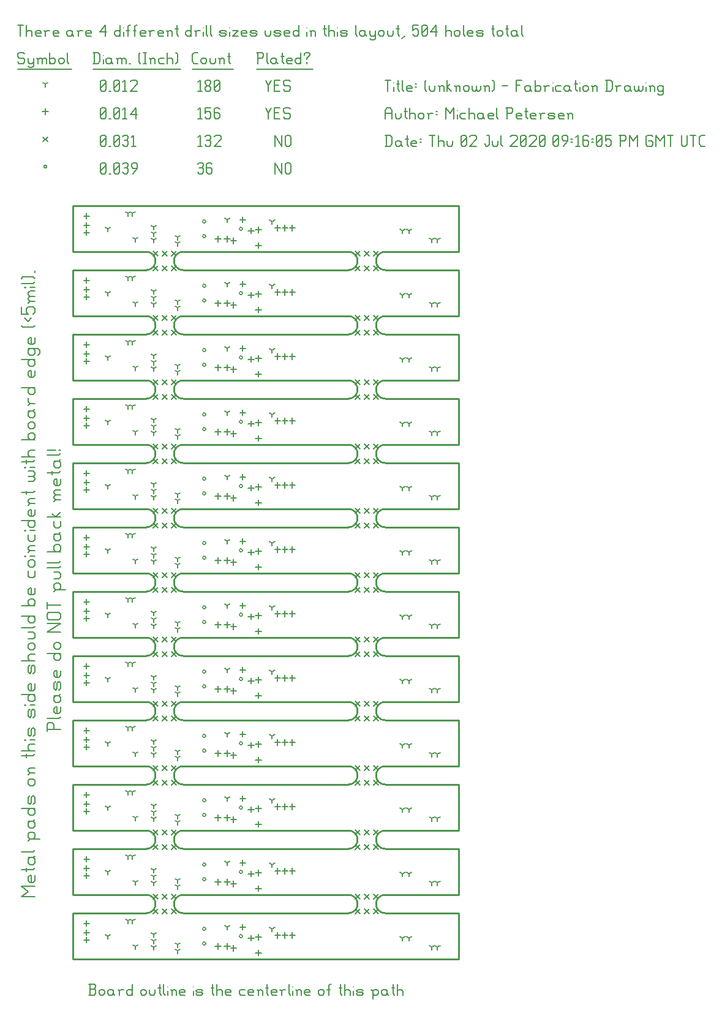
<source format=gbr>
G04 start of page 13 for group -3984 idx -3984 *
G04 Title: (unknown), fab *
G04 Creator: pcb 20140316 *
G04 CreationDate: Thu 02 Jul 2020 09:16:05 PM GMT UTC *
G04 For: railfan *
G04 Format: Gerber/RS-274X *
G04 PCB-Dimensions (mil): 2500.00 4300.00 *
G04 PCB-Coordinate-Origin: lower left *
%MOIN*%
%FSLAX25Y25*%
%LNFAB*%
%ADD90C,0.0093*%
%ADD89C,0.0074*%
%ADD88C,0.0100*%
%ADD87C,0.0075*%
%ADD86C,0.0060*%
%ADD85R,0.0080X0.0080*%
G54D85*X120700Y407500D02*G75*G03X122300Y407500I800J0D01*G01*
G75*G03X120700Y407500I-800J0D01*G01*
X100700Y411500D02*G75*G03X102300Y411500I800J0D01*G01*
G75*G03X100700Y411500I-800J0D01*G01*
Y403500D02*G75*G03X102300Y403500I800J0D01*G01*
G75*G03X100700Y403500I-800J0D01*G01*
X120700Y372500D02*G75*G03X122300Y372500I800J0D01*G01*
G75*G03X120700Y372500I-800J0D01*G01*
X100700Y376500D02*G75*G03X102300Y376500I800J0D01*G01*
G75*G03X100700Y376500I-800J0D01*G01*
Y368500D02*G75*G03X102300Y368500I800J0D01*G01*
G75*G03X100700Y368500I-800J0D01*G01*
X120700Y337500D02*G75*G03X122300Y337500I800J0D01*G01*
G75*G03X120700Y337500I-800J0D01*G01*
X100700Y341500D02*G75*G03X102300Y341500I800J0D01*G01*
G75*G03X100700Y341500I-800J0D01*G01*
Y333500D02*G75*G03X102300Y333500I800J0D01*G01*
G75*G03X100700Y333500I-800J0D01*G01*
X120700Y302500D02*G75*G03X122300Y302500I800J0D01*G01*
G75*G03X120700Y302500I-800J0D01*G01*
X100700Y306500D02*G75*G03X102300Y306500I800J0D01*G01*
G75*G03X100700Y306500I-800J0D01*G01*
Y298500D02*G75*G03X102300Y298500I800J0D01*G01*
G75*G03X100700Y298500I-800J0D01*G01*
X120700Y267500D02*G75*G03X122300Y267500I800J0D01*G01*
G75*G03X120700Y267500I-800J0D01*G01*
X100700Y271500D02*G75*G03X102300Y271500I800J0D01*G01*
G75*G03X100700Y271500I-800J0D01*G01*
Y263500D02*G75*G03X102300Y263500I800J0D01*G01*
G75*G03X100700Y263500I-800J0D01*G01*
X120700Y232500D02*G75*G03X122300Y232500I800J0D01*G01*
G75*G03X120700Y232500I-800J0D01*G01*
X100700Y236500D02*G75*G03X102300Y236500I800J0D01*G01*
G75*G03X100700Y236500I-800J0D01*G01*
Y228500D02*G75*G03X102300Y228500I800J0D01*G01*
G75*G03X100700Y228500I-800J0D01*G01*
X120700Y197500D02*G75*G03X122300Y197500I800J0D01*G01*
G75*G03X120700Y197500I-800J0D01*G01*
X100700Y201500D02*G75*G03X102300Y201500I800J0D01*G01*
G75*G03X100700Y201500I-800J0D01*G01*
Y193500D02*G75*G03X102300Y193500I800J0D01*G01*
G75*G03X100700Y193500I-800J0D01*G01*
X120700Y162500D02*G75*G03X122300Y162500I800J0D01*G01*
G75*G03X120700Y162500I-800J0D01*G01*
X100700Y166500D02*G75*G03X102300Y166500I800J0D01*G01*
G75*G03X100700Y166500I-800J0D01*G01*
Y158500D02*G75*G03X102300Y158500I800J0D01*G01*
G75*G03X100700Y158500I-800J0D01*G01*
X120700Y127500D02*G75*G03X122300Y127500I800J0D01*G01*
G75*G03X120700Y127500I-800J0D01*G01*
X100700Y131500D02*G75*G03X102300Y131500I800J0D01*G01*
G75*G03X100700Y131500I-800J0D01*G01*
Y123500D02*G75*G03X102300Y123500I800J0D01*G01*
G75*G03X100700Y123500I-800J0D01*G01*
X120700Y92500D02*G75*G03X122300Y92500I800J0D01*G01*
G75*G03X120700Y92500I-800J0D01*G01*
X100700Y96500D02*G75*G03X102300Y96500I800J0D01*G01*
G75*G03X100700Y96500I-800J0D01*G01*
Y88500D02*G75*G03X102300Y88500I800J0D01*G01*
G75*G03X100700Y88500I-800J0D01*G01*
X120700Y57500D02*G75*G03X122300Y57500I800J0D01*G01*
G75*G03X120700Y57500I-800J0D01*G01*
X100700Y61500D02*G75*G03X102300Y61500I800J0D01*G01*
G75*G03X100700Y61500I-800J0D01*G01*
Y53500D02*G75*G03X102300Y53500I800J0D01*G01*
G75*G03X100700Y53500I-800J0D01*G01*
X120700Y22500D02*G75*G03X122300Y22500I800J0D01*G01*
G75*G03X120700Y22500I-800J0D01*G01*
X100700Y26500D02*G75*G03X102300Y26500I800J0D01*G01*
G75*G03X100700Y26500I-800J0D01*G01*
Y18500D02*G75*G03X102300Y18500I800J0D01*G01*
G75*G03X100700Y18500I-800J0D01*G01*
X14200Y441250D02*G75*G03X15800Y441250I800J0D01*G01*
G75*G03X14200Y441250I-800J0D01*G01*
G54D86*X140000Y443500D02*Y437500D01*
Y443500D02*X143750Y437500D01*
Y443500D02*Y437500D01*
X145550Y442750D02*Y438250D01*
Y442750D02*X146300Y443500D01*
X147800D01*
X148550Y442750D01*
Y438250D01*
X147800Y437500D02*X148550Y438250D01*
X146300Y437500D02*X147800D01*
X145550Y438250D02*X146300Y437500D01*
X98000Y442750D02*X98750Y443500D01*
X100250D01*
X101000Y442750D01*
X100250Y437500D02*X101000Y438250D01*
X98750Y437500D02*X100250D01*
X98000Y438250D02*X98750Y437500D01*
Y440800D02*X100250D01*
X101000Y442750D02*Y441550D01*
Y440050D02*Y438250D01*
Y440050D02*X100250Y440800D01*
X101000Y441550D02*X100250Y440800D01*
X105050Y443500D02*X105800Y442750D01*
X103550Y443500D02*X105050D01*
X102800Y442750D02*X103550Y443500D01*
X102800Y442750D02*Y438250D01*
X103550Y437500D01*
X105050Y440800D02*X105800Y440050D01*
X102800Y440800D02*X105050D01*
X103550Y437500D02*X105050D01*
X105800Y438250D01*
Y440050D02*Y438250D01*
X45000D02*X45750Y437500D01*
X45000Y442750D02*Y438250D01*
Y442750D02*X45750Y443500D01*
X47250D01*
X48000Y442750D01*
Y438250D01*
X47250Y437500D02*X48000Y438250D01*
X45750Y437500D02*X47250D01*
X45000Y439000D02*X48000Y442000D01*
X49800Y437500D02*X50550D01*
X52350Y438250D02*X53100Y437500D01*
X52350Y442750D02*Y438250D01*
Y442750D02*X53100Y443500D01*
X54600D01*
X55350Y442750D01*
Y438250D01*
X54600Y437500D02*X55350Y438250D01*
X53100Y437500D02*X54600D01*
X52350Y439000D02*X55350Y442000D01*
X57150Y442750D02*X57900Y443500D01*
X59400D01*
X60150Y442750D01*
X59400Y437500D02*X60150Y438250D01*
X57900Y437500D02*X59400D01*
X57150Y438250D02*X57900Y437500D01*
Y440800D02*X59400D01*
X60150Y442750D02*Y441550D01*
Y440050D02*Y438250D01*
Y440050D02*X59400Y440800D01*
X60150Y441550D02*X59400Y440800D01*
X62700Y437500D02*X64950Y440500D01*
Y442750D02*Y440500D01*
X64200Y443500D02*X64950Y442750D01*
X62700Y443500D02*X64200D01*
X61950Y442750D02*X62700Y443500D01*
X61950Y442750D02*Y441250D01*
X62700Y440500D01*
X64950D01*
X83800Y387200D02*X86200Y384800D01*
X83800D02*X86200Y387200D01*
X73800D02*X76200Y384800D01*
X73800D02*X76200Y387200D01*
X78800D02*X81200Y384800D01*
X78800D02*X81200Y387200D01*
X83800Y395200D02*X86200Y392800D01*
X83800D02*X86200Y395200D01*
X78800D02*X81200Y392800D01*
X78800D02*X81200Y395200D01*
X73800D02*X76200Y392800D01*
X73800D02*X76200Y395200D01*
X193800Y387200D02*X196200Y384800D01*
X193800D02*X196200Y387200D01*
X183800D02*X186200Y384800D01*
X183800D02*X186200Y387200D01*
X188800D02*X191200Y384800D01*
X188800D02*X191200Y387200D01*
X193800Y395200D02*X196200Y392800D01*
X193800D02*X196200Y395200D01*
X188800D02*X191200Y392800D01*
X188800D02*X191200Y395200D01*
X183800D02*X186200Y392800D01*
X183800D02*X186200Y395200D01*
X83800Y352200D02*X86200Y349800D01*
X83800D02*X86200Y352200D01*
X73800D02*X76200Y349800D01*
X73800D02*X76200Y352200D01*
X78800D02*X81200Y349800D01*
X78800D02*X81200Y352200D01*
X83800Y360200D02*X86200Y357800D01*
X83800D02*X86200Y360200D01*
X78800D02*X81200Y357800D01*
X78800D02*X81200Y360200D01*
X73800D02*X76200Y357800D01*
X73800D02*X76200Y360200D01*
X193800Y352200D02*X196200Y349800D01*
X193800D02*X196200Y352200D01*
X183800D02*X186200Y349800D01*
X183800D02*X186200Y352200D01*
X188800D02*X191200Y349800D01*
X188800D02*X191200Y352200D01*
X193800Y360200D02*X196200Y357800D01*
X193800D02*X196200Y360200D01*
X188800D02*X191200Y357800D01*
X188800D02*X191200Y360200D01*
X183800D02*X186200Y357800D01*
X183800D02*X186200Y360200D01*
X83800Y317200D02*X86200Y314800D01*
X83800D02*X86200Y317200D01*
X73800D02*X76200Y314800D01*
X73800D02*X76200Y317200D01*
X78800D02*X81200Y314800D01*
X78800D02*X81200Y317200D01*
X83800Y325200D02*X86200Y322800D01*
X83800D02*X86200Y325200D01*
X78800D02*X81200Y322800D01*
X78800D02*X81200Y325200D01*
X73800D02*X76200Y322800D01*
X73800D02*X76200Y325200D01*
X193800Y317200D02*X196200Y314800D01*
X193800D02*X196200Y317200D01*
X183800D02*X186200Y314800D01*
X183800D02*X186200Y317200D01*
X188800D02*X191200Y314800D01*
X188800D02*X191200Y317200D01*
X193800Y325200D02*X196200Y322800D01*
X193800D02*X196200Y325200D01*
X188800D02*X191200Y322800D01*
X188800D02*X191200Y325200D01*
X183800D02*X186200Y322800D01*
X183800D02*X186200Y325200D01*
X83800Y282200D02*X86200Y279800D01*
X83800D02*X86200Y282200D01*
X73800D02*X76200Y279800D01*
X73800D02*X76200Y282200D01*
X78800D02*X81200Y279800D01*
X78800D02*X81200Y282200D01*
X83800Y290200D02*X86200Y287800D01*
X83800D02*X86200Y290200D01*
X78800D02*X81200Y287800D01*
X78800D02*X81200Y290200D01*
X73800D02*X76200Y287800D01*
X73800D02*X76200Y290200D01*
X193800Y282200D02*X196200Y279800D01*
X193800D02*X196200Y282200D01*
X183800D02*X186200Y279800D01*
X183800D02*X186200Y282200D01*
X188800D02*X191200Y279800D01*
X188800D02*X191200Y282200D01*
X193800Y290200D02*X196200Y287800D01*
X193800D02*X196200Y290200D01*
X188800D02*X191200Y287800D01*
X188800D02*X191200Y290200D01*
X183800D02*X186200Y287800D01*
X183800D02*X186200Y290200D01*
X83800Y247200D02*X86200Y244800D01*
X83800D02*X86200Y247200D01*
X73800D02*X76200Y244800D01*
X73800D02*X76200Y247200D01*
X78800D02*X81200Y244800D01*
X78800D02*X81200Y247200D01*
X83800Y255200D02*X86200Y252800D01*
X83800D02*X86200Y255200D01*
X78800D02*X81200Y252800D01*
X78800D02*X81200Y255200D01*
X73800D02*X76200Y252800D01*
X73800D02*X76200Y255200D01*
X193800Y247200D02*X196200Y244800D01*
X193800D02*X196200Y247200D01*
X183800D02*X186200Y244800D01*
X183800D02*X186200Y247200D01*
X188800D02*X191200Y244800D01*
X188800D02*X191200Y247200D01*
X193800Y255200D02*X196200Y252800D01*
X193800D02*X196200Y255200D01*
X188800D02*X191200Y252800D01*
X188800D02*X191200Y255200D01*
X183800D02*X186200Y252800D01*
X183800D02*X186200Y255200D01*
X83800Y212200D02*X86200Y209800D01*
X83800D02*X86200Y212200D01*
X73800D02*X76200Y209800D01*
X73800D02*X76200Y212200D01*
X78800D02*X81200Y209800D01*
X78800D02*X81200Y212200D01*
X83800Y220200D02*X86200Y217800D01*
X83800D02*X86200Y220200D01*
X78800D02*X81200Y217800D01*
X78800D02*X81200Y220200D01*
X73800D02*X76200Y217800D01*
X73800D02*X76200Y220200D01*
X193800Y212200D02*X196200Y209800D01*
X193800D02*X196200Y212200D01*
X183800D02*X186200Y209800D01*
X183800D02*X186200Y212200D01*
X188800D02*X191200Y209800D01*
X188800D02*X191200Y212200D01*
X193800Y220200D02*X196200Y217800D01*
X193800D02*X196200Y220200D01*
X188800D02*X191200Y217800D01*
X188800D02*X191200Y220200D01*
X183800D02*X186200Y217800D01*
X183800D02*X186200Y220200D01*
X83800Y177200D02*X86200Y174800D01*
X83800D02*X86200Y177200D01*
X73800D02*X76200Y174800D01*
X73800D02*X76200Y177200D01*
X78800D02*X81200Y174800D01*
X78800D02*X81200Y177200D01*
X83800Y185200D02*X86200Y182800D01*
X83800D02*X86200Y185200D01*
X78800D02*X81200Y182800D01*
X78800D02*X81200Y185200D01*
X73800D02*X76200Y182800D01*
X73800D02*X76200Y185200D01*
X193800Y177200D02*X196200Y174800D01*
X193800D02*X196200Y177200D01*
X183800D02*X186200Y174800D01*
X183800D02*X186200Y177200D01*
X188800D02*X191200Y174800D01*
X188800D02*X191200Y177200D01*
X193800Y185200D02*X196200Y182800D01*
X193800D02*X196200Y185200D01*
X188800D02*X191200Y182800D01*
X188800D02*X191200Y185200D01*
X183800D02*X186200Y182800D01*
X183800D02*X186200Y185200D01*
X83800Y142200D02*X86200Y139800D01*
X83800D02*X86200Y142200D01*
X73800D02*X76200Y139800D01*
X73800D02*X76200Y142200D01*
X78800D02*X81200Y139800D01*
X78800D02*X81200Y142200D01*
X83800Y150200D02*X86200Y147800D01*
X83800D02*X86200Y150200D01*
X78800D02*X81200Y147800D01*
X78800D02*X81200Y150200D01*
X73800D02*X76200Y147800D01*
X73800D02*X76200Y150200D01*
X193800Y142200D02*X196200Y139800D01*
X193800D02*X196200Y142200D01*
X183800D02*X186200Y139800D01*
X183800D02*X186200Y142200D01*
X188800D02*X191200Y139800D01*
X188800D02*X191200Y142200D01*
X193800Y150200D02*X196200Y147800D01*
X193800D02*X196200Y150200D01*
X188800D02*X191200Y147800D01*
X188800D02*X191200Y150200D01*
X183800D02*X186200Y147800D01*
X183800D02*X186200Y150200D01*
X83800Y107200D02*X86200Y104800D01*
X83800D02*X86200Y107200D01*
X73800D02*X76200Y104800D01*
X73800D02*X76200Y107200D01*
X78800D02*X81200Y104800D01*
X78800D02*X81200Y107200D01*
X83800Y115200D02*X86200Y112800D01*
X83800D02*X86200Y115200D01*
X78800D02*X81200Y112800D01*
X78800D02*X81200Y115200D01*
X73800D02*X76200Y112800D01*
X73800D02*X76200Y115200D01*
X193800Y107200D02*X196200Y104800D01*
X193800D02*X196200Y107200D01*
X183800D02*X186200Y104800D01*
X183800D02*X186200Y107200D01*
X188800D02*X191200Y104800D01*
X188800D02*X191200Y107200D01*
X193800Y115200D02*X196200Y112800D01*
X193800D02*X196200Y115200D01*
X188800D02*X191200Y112800D01*
X188800D02*X191200Y115200D01*
X183800D02*X186200Y112800D01*
X183800D02*X186200Y115200D01*
X83800Y72200D02*X86200Y69800D01*
X83800D02*X86200Y72200D01*
X73800D02*X76200Y69800D01*
X73800D02*X76200Y72200D01*
X78800D02*X81200Y69800D01*
X78800D02*X81200Y72200D01*
X83800Y80200D02*X86200Y77800D01*
X83800D02*X86200Y80200D01*
X78800D02*X81200Y77800D01*
X78800D02*X81200Y80200D01*
X73800D02*X76200Y77800D01*
X73800D02*X76200Y80200D01*
X193800Y72200D02*X196200Y69800D01*
X193800D02*X196200Y72200D01*
X183800D02*X186200Y69800D01*
X183800D02*X186200Y72200D01*
X188800D02*X191200Y69800D01*
X188800D02*X191200Y72200D01*
X193800Y80200D02*X196200Y77800D01*
X193800D02*X196200Y80200D01*
X188800D02*X191200Y77800D01*
X188800D02*X191200Y80200D01*
X183800D02*X186200Y77800D01*
X183800D02*X186200Y80200D01*
X83800Y37200D02*X86200Y34800D01*
X83800D02*X86200Y37200D01*
X73800D02*X76200Y34800D01*
X73800D02*X76200Y37200D01*
X78800D02*X81200Y34800D01*
X78800D02*X81200Y37200D01*
X83800Y45200D02*X86200Y42800D01*
X83800D02*X86200Y45200D01*
X78800D02*X81200Y42800D01*
X78800D02*X81200Y45200D01*
X73800D02*X76200Y42800D01*
X73800D02*X76200Y45200D01*
X193800Y37200D02*X196200Y34800D01*
X193800D02*X196200Y37200D01*
X183800D02*X186200Y34800D01*
X183800D02*X186200Y37200D01*
X188800D02*X191200Y34800D01*
X188800D02*X191200Y37200D01*
X193800Y45200D02*X196200Y42800D01*
X193800D02*X196200Y45200D01*
X188800D02*X191200Y42800D01*
X188800D02*X191200Y45200D01*
X183800D02*X186200Y42800D01*
X183800D02*X186200Y45200D01*
X13800Y457450D02*X16200Y455050D01*
X13800D02*X16200Y457450D01*
X140000Y458500D02*Y452500D01*
Y458500D02*X143750Y452500D01*
Y458500D02*Y452500D01*
X145550Y457750D02*Y453250D01*
Y457750D02*X146300Y458500D01*
X147800D01*
X148550Y457750D01*
Y453250D01*
X147800Y452500D02*X148550Y453250D01*
X146300Y452500D02*X147800D01*
X145550Y453250D02*X146300Y452500D01*
X98000Y457300D02*X99200Y458500D01*
Y452500D01*
X98000D02*X100250D01*
X102050Y457750D02*X102800Y458500D01*
X104300D01*
X105050Y457750D01*
X104300Y452500D02*X105050Y453250D01*
X102800Y452500D02*X104300D01*
X102050Y453250D02*X102800Y452500D01*
Y455800D02*X104300D01*
X105050Y457750D02*Y456550D01*
Y455050D02*Y453250D01*
Y455050D02*X104300Y455800D01*
X105050Y456550D02*X104300Y455800D01*
X106850Y457750D02*X107600Y458500D01*
X109850D01*
X110600Y457750D01*
Y456250D01*
X106850Y452500D02*X110600Y456250D01*
X106850Y452500D02*X110600D01*
X45000Y453250D02*X45750Y452500D01*
X45000Y457750D02*Y453250D01*
Y457750D02*X45750Y458500D01*
X47250D01*
X48000Y457750D01*
Y453250D01*
X47250Y452500D02*X48000Y453250D01*
X45750Y452500D02*X47250D01*
X45000Y454000D02*X48000Y457000D01*
X49800Y452500D02*X50550D01*
X52350Y453250D02*X53100Y452500D01*
X52350Y457750D02*Y453250D01*
Y457750D02*X53100Y458500D01*
X54600D01*
X55350Y457750D01*
Y453250D01*
X54600Y452500D02*X55350Y453250D01*
X53100Y452500D02*X54600D01*
X52350Y454000D02*X55350Y457000D01*
X57150Y457750D02*X57900Y458500D01*
X59400D01*
X60150Y457750D01*
X59400Y452500D02*X60150Y453250D01*
X57900Y452500D02*X59400D01*
X57150Y453250D02*X57900Y452500D01*
Y455800D02*X59400D01*
X60150Y457750D02*Y456550D01*
Y455050D02*Y453250D01*
Y455050D02*X59400Y455800D01*
X60150Y456550D02*X59400Y455800D01*
X61950Y457300D02*X63150Y458500D01*
Y452500D01*
X61950D02*X64200D01*
X37500Y416100D02*Y412900D01*
X35900Y414500D02*X39100D01*
X37500Y407100D02*Y403900D01*
X35900Y405500D02*X39100D01*
X37500Y411100D02*Y407900D01*
X35900Y409500D02*X39100D01*
X109000Y403600D02*Y400400D01*
X107400Y402000D02*X110600D01*
X114000Y403600D02*Y400400D01*
X112400Y402000D02*X115600D01*
X117500Y402600D02*Y399400D01*
X115900Y401000D02*X119100D01*
X131000Y400100D02*Y396900D01*
X129400Y398500D02*X132600D01*
X131000Y408600D02*Y405400D01*
X129400Y407000D02*X132600D01*
X127000Y408100D02*Y404900D01*
X125400Y406500D02*X128600D01*
X122500Y414100D02*Y410900D01*
X120900Y412500D02*X124100D01*
X145500Y409600D02*Y406400D01*
X143900Y408000D02*X147100D01*
X149500Y409600D02*Y406400D01*
X147900Y408000D02*X151100D01*
X141500Y409600D02*Y406400D01*
X139900Y408000D02*X143100D01*
X37500Y381100D02*Y377900D01*
X35900Y379500D02*X39100D01*
X37500Y372100D02*Y368900D01*
X35900Y370500D02*X39100D01*
X37500Y376100D02*Y372900D01*
X35900Y374500D02*X39100D01*
X109000Y368600D02*Y365400D01*
X107400Y367000D02*X110600D01*
X114000Y368600D02*Y365400D01*
X112400Y367000D02*X115600D01*
X117500Y367600D02*Y364400D01*
X115900Y366000D02*X119100D01*
X131000Y365100D02*Y361900D01*
X129400Y363500D02*X132600D01*
X131000Y373600D02*Y370400D01*
X129400Y372000D02*X132600D01*
X127000Y373100D02*Y369900D01*
X125400Y371500D02*X128600D01*
X122500Y379100D02*Y375900D01*
X120900Y377500D02*X124100D01*
X145500Y374600D02*Y371400D01*
X143900Y373000D02*X147100D01*
X149500Y374600D02*Y371400D01*
X147900Y373000D02*X151100D01*
X141500Y374600D02*Y371400D01*
X139900Y373000D02*X143100D01*
X37500Y346100D02*Y342900D01*
X35900Y344500D02*X39100D01*
X37500Y337100D02*Y333900D01*
X35900Y335500D02*X39100D01*
X37500Y341100D02*Y337900D01*
X35900Y339500D02*X39100D01*
X109000Y333600D02*Y330400D01*
X107400Y332000D02*X110600D01*
X114000Y333600D02*Y330400D01*
X112400Y332000D02*X115600D01*
X117500Y332600D02*Y329400D01*
X115900Y331000D02*X119100D01*
X131000Y330100D02*Y326900D01*
X129400Y328500D02*X132600D01*
X131000Y338600D02*Y335400D01*
X129400Y337000D02*X132600D01*
X127000Y338100D02*Y334900D01*
X125400Y336500D02*X128600D01*
X122500Y344100D02*Y340900D01*
X120900Y342500D02*X124100D01*
X145500Y339600D02*Y336400D01*
X143900Y338000D02*X147100D01*
X149500Y339600D02*Y336400D01*
X147900Y338000D02*X151100D01*
X141500Y339600D02*Y336400D01*
X139900Y338000D02*X143100D01*
X37500Y311100D02*Y307900D01*
X35900Y309500D02*X39100D01*
X37500Y302100D02*Y298900D01*
X35900Y300500D02*X39100D01*
X37500Y306100D02*Y302900D01*
X35900Y304500D02*X39100D01*
X109000Y298600D02*Y295400D01*
X107400Y297000D02*X110600D01*
X114000Y298600D02*Y295400D01*
X112400Y297000D02*X115600D01*
X117500Y297600D02*Y294400D01*
X115900Y296000D02*X119100D01*
X131000Y295100D02*Y291900D01*
X129400Y293500D02*X132600D01*
X131000Y303600D02*Y300400D01*
X129400Y302000D02*X132600D01*
X127000Y303100D02*Y299900D01*
X125400Y301500D02*X128600D01*
X122500Y309100D02*Y305900D01*
X120900Y307500D02*X124100D01*
X145500Y304600D02*Y301400D01*
X143900Y303000D02*X147100D01*
X149500Y304600D02*Y301400D01*
X147900Y303000D02*X151100D01*
X141500Y304600D02*Y301400D01*
X139900Y303000D02*X143100D01*
X37500Y276100D02*Y272900D01*
X35900Y274500D02*X39100D01*
X37500Y267100D02*Y263900D01*
X35900Y265500D02*X39100D01*
X37500Y271100D02*Y267900D01*
X35900Y269500D02*X39100D01*
X109000Y263600D02*Y260400D01*
X107400Y262000D02*X110600D01*
X114000Y263600D02*Y260400D01*
X112400Y262000D02*X115600D01*
X117500Y262600D02*Y259400D01*
X115900Y261000D02*X119100D01*
X131000Y260100D02*Y256900D01*
X129400Y258500D02*X132600D01*
X131000Y268600D02*Y265400D01*
X129400Y267000D02*X132600D01*
X127000Y268100D02*Y264900D01*
X125400Y266500D02*X128600D01*
X122500Y274100D02*Y270900D01*
X120900Y272500D02*X124100D01*
X145500Y269600D02*Y266400D01*
X143900Y268000D02*X147100D01*
X149500Y269600D02*Y266400D01*
X147900Y268000D02*X151100D01*
X141500Y269600D02*Y266400D01*
X139900Y268000D02*X143100D01*
X37500Y241100D02*Y237900D01*
X35900Y239500D02*X39100D01*
X37500Y232100D02*Y228900D01*
X35900Y230500D02*X39100D01*
X37500Y236100D02*Y232900D01*
X35900Y234500D02*X39100D01*
X109000Y228600D02*Y225400D01*
X107400Y227000D02*X110600D01*
X114000Y228600D02*Y225400D01*
X112400Y227000D02*X115600D01*
X117500Y227600D02*Y224400D01*
X115900Y226000D02*X119100D01*
X131000Y225100D02*Y221900D01*
X129400Y223500D02*X132600D01*
X131000Y233600D02*Y230400D01*
X129400Y232000D02*X132600D01*
X127000Y233100D02*Y229900D01*
X125400Y231500D02*X128600D01*
X122500Y239100D02*Y235900D01*
X120900Y237500D02*X124100D01*
X145500Y234600D02*Y231400D01*
X143900Y233000D02*X147100D01*
X149500Y234600D02*Y231400D01*
X147900Y233000D02*X151100D01*
X141500Y234600D02*Y231400D01*
X139900Y233000D02*X143100D01*
X37500Y206100D02*Y202900D01*
X35900Y204500D02*X39100D01*
X37500Y197100D02*Y193900D01*
X35900Y195500D02*X39100D01*
X37500Y201100D02*Y197900D01*
X35900Y199500D02*X39100D01*
X109000Y193600D02*Y190400D01*
X107400Y192000D02*X110600D01*
X114000Y193600D02*Y190400D01*
X112400Y192000D02*X115600D01*
X117500Y192600D02*Y189400D01*
X115900Y191000D02*X119100D01*
X131000Y190100D02*Y186900D01*
X129400Y188500D02*X132600D01*
X131000Y198600D02*Y195400D01*
X129400Y197000D02*X132600D01*
X127000Y198100D02*Y194900D01*
X125400Y196500D02*X128600D01*
X122500Y204100D02*Y200900D01*
X120900Y202500D02*X124100D01*
X145500Y199600D02*Y196400D01*
X143900Y198000D02*X147100D01*
X149500Y199600D02*Y196400D01*
X147900Y198000D02*X151100D01*
X141500Y199600D02*Y196400D01*
X139900Y198000D02*X143100D01*
X37500Y171100D02*Y167900D01*
X35900Y169500D02*X39100D01*
X37500Y162100D02*Y158900D01*
X35900Y160500D02*X39100D01*
X37500Y166100D02*Y162900D01*
X35900Y164500D02*X39100D01*
X109000Y158600D02*Y155400D01*
X107400Y157000D02*X110600D01*
X114000Y158600D02*Y155400D01*
X112400Y157000D02*X115600D01*
X117500Y157600D02*Y154400D01*
X115900Y156000D02*X119100D01*
X131000Y155100D02*Y151900D01*
X129400Y153500D02*X132600D01*
X131000Y163600D02*Y160400D01*
X129400Y162000D02*X132600D01*
X127000Y163100D02*Y159900D01*
X125400Y161500D02*X128600D01*
X122500Y169100D02*Y165900D01*
X120900Y167500D02*X124100D01*
X145500Y164600D02*Y161400D01*
X143900Y163000D02*X147100D01*
X149500Y164600D02*Y161400D01*
X147900Y163000D02*X151100D01*
X141500Y164600D02*Y161400D01*
X139900Y163000D02*X143100D01*
X37500Y136100D02*Y132900D01*
X35900Y134500D02*X39100D01*
X37500Y127100D02*Y123900D01*
X35900Y125500D02*X39100D01*
X37500Y131100D02*Y127900D01*
X35900Y129500D02*X39100D01*
X109000Y123600D02*Y120400D01*
X107400Y122000D02*X110600D01*
X114000Y123600D02*Y120400D01*
X112400Y122000D02*X115600D01*
X117500Y122600D02*Y119400D01*
X115900Y121000D02*X119100D01*
X131000Y120100D02*Y116900D01*
X129400Y118500D02*X132600D01*
X131000Y128600D02*Y125400D01*
X129400Y127000D02*X132600D01*
X127000Y128100D02*Y124900D01*
X125400Y126500D02*X128600D01*
X122500Y134100D02*Y130900D01*
X120900Y132500D02*X124100D01*
X145500Y129600D02*Y126400D01*
X143900Y128000D02*X147100D01*
X149500Y129600D02*Y126400D01*
X147900Y128000D02*X151100D01*
X141500Y129600D02*Y126400D01*
X139900Y128000D02*X143100D01*
X37500Y101100D02*Y97900D01*
X35900Y99500D02*X39100D01*
X37500Y92100D02*Y88900D01*
X35900Y90500D02*X39100D01*
X37500Y96100D02*Y92900D01*
X35900Y94500D02*X39100D01*
X109000Y88600D02*Y85400D01*
X107400Y87000D02*X110600D01*
X114000Y88600D02*Y85400D01*
X112400Y87000D02*X115600D01*
X117500Y87600D02*Y84400D01*
X115900Y86000D02*X119100D01*
X131000Y85100D02*Y81900D01*
X129400Y83500D02*X132600D01*
X131000Y93600D02*Y90400D01*
X129400Y92000D02*X132600D01*
X127000Y93100D02*Y89900D01*
X125400Y91500D02*X128600D01*
X122500Y99100D02*Y95900D01*
X120900Y97500D02*X124100D01*
X145500Y94600D02*Y91400D01*
X143900Y93000D02*X147100D01*
X149500Y94600D02*Y91400D01*
X147900Y93000D02*X151100D01*
X141500Y94600D02*Y91400D01*
X139900Y93000D02*X143100D01*
X37500Y66100D02*Y62900D01*
X35900Y64500D02*X39100D01*
X37500Y57100D02*Y53900D01*
X35900Y55500D02*X39100D01*
X37500Y61100D02*Y57900D01*
X35900Y59500D02*X39100D01*
X109000Y53600D02*Y50400D01*
X107400Y52000D02*X110600D01*
X114000Y53600D02*Y50400D01*
X112400Y52000D02*X115600D01*
X117500Y52600D02*Y49400D01*
X115900Y51000D02*X119100D01*
X131000Y50100D02*Y46900D01*
X129400Y48500D02*X132600D01*
X131000Y58600D02*Y55400D01*
X129400Y57000D02*X132600D01*
X127000Y58100D02*Y54900D01*
X125400Y56500D02*X128600D01*
X122500Y64100D02*Y60900D01*
X120900Y62500D02*X124100D01*
X145500Y59600D02*Y56400D01*
X143900Y58000D02*X147100D01*
X149500Y59600D02*Y56400D01*
X147900Y58000D02*X151100D01*
X141500Y59600D02*Y56400D01*
X139900Y58000D02*X143100D01*
X37500Y31100D02*Y27900D01*
X35900Y29500D02*X39100D01*
X37500Y22100D02*Y18900D01*
X35900Y20500D02*X39100D01*
X37500Y26100D02*Y22900D01*
X35900Y24500D02*X39100D01*
X109000Y18600D02*Y15400D01*
X107400Y17000D02*X110600D01*
X114000Y18600D02*Y15400D01*
X112400Y17000D02*X115600D01*
X117500Y17600D02*Y14400D01*
X115900Y16000D02*X119100D01*
X131000Y15100D02*Y11900D01*
X129400Y13500D02*X132600D01*
X131000Y23600D02*Y20400D01*
X129400Y22000D02*X132600D01*
X127000Y23100D02*Y19900D01*
X125400Y21500D02*X128600D01*
X122500Y29100D02*Y25900D01*
X120900Y27500D02*X124100D01*
X145500Y24600D02*Y21400D01*
X143900Y23000D02*X147100D01*
X149500Y24600D02*Y21400D01*
X147900Y23000D02*X151100D01*
X141500Y24600D02*Y21400D01*
X139900Y23000D02*X143100D01*
X15000Y472850D02*Y469650D01*
X13400Y471250D02*X16600D01*
X135000Y473500D02*X136500Y470500D01*
X138000Y473500D01*
X136500Y470500D02*Y467500D01*
X139800Y470800D02*X142050D01*
X139800Y467500D02*X142800D01*
X139800Y473500D02*Y467500D01*
Y473500D02*X142800D01*
X147600D02*X148350Y472750D01*
X145350Y473500D02*X147600D01*
X144600Y472750D02*X145350Y473500D01*
X144600Y472750D02*Y471250D01*
X145350Y470500D01*
X147600D01*
X148350Y469750D01*
Y468250D01*
X147600Y467500D02*X148350Y468250D01*
X145350Y467500D02*X147600D01*
X144600Y468250D02*X145350Y467500D01*
X98000Y472300D02*X99200Y473500D01*
Y467500D01*
X98000D02*X100250D01*
X102050Y473500D02*X105050D01*
X102050D02*Y470500D01*
X102800Y471250D01*
X104300D01*
X105050Y470500D01*
Y468250D01*
X104300Y467500D02*X105050Y468250D01*
X102800Y467500D02*X104300D01*
X102050Y468250D02*X102800Y467500D01*
X109100Y473500D02*X109850Y472750D01*
X107600Y473500D02*X109100D01*
X106850Y472750D02*X107600Y473500D01*
X106850Y472750D02*Y468250D01*
X107600Y467500D01*
X109100Y470800D02*X109850Y470050D01*
X106850Y470800D02*X109100D01*
X107600Y467500D02*X109100D01*
X109850Y468250D01*
Y470050D02*Y468250D01*
X45000D02*X45750Y467500D01*
X45000Y472750D02*Y468250D01*
Y472750D02*X45750Y473500D01*
X47250D01*
X48000Y472750D01*
Y468250D01*
X47250Y467500D02*X48000Y468250D01*
X45750Y467500D02*X47250D01*
X45000Y469000D02*X48000Y472000D01*
X49800Y467500D02*X50550D01*
X52350Y468250D02*X53100Y467500D01*
X52350Y472750D02*Y468250D01*
Y472750D02*X53100Y473500D01*
X54600D01*
X55350Y472750D01*
Y468250D01*
X54600Y467500D02*X55350Y468250D01*
X53100Y467500D02*X54600D01*
X52350Y469000D02*X55350Y472000D01*
X57150Y472300D02*X58350Y473500D01*
Y467500D01*
X57150D02*X59400D01*
X61200Y469750D02*X64200Y473500D01*
X61200Y469750D02*X64950D01*
X64200Y473500D02*Y467500D01*
X49000Y407500D02*Y405900D01*
Y407500D02*X50387Y408300D01*
X49000Y407500D02*X47613Y408300D01*
X87000Y399662D02*Y398062D01*
Y399662D02*X88387Y400462D01*
X87000Y399662D02*X85613Y400462D01*
X64000Y402000D02*Y400400D01*
Y402000D02*X65387Y402800D01*
X64000Y402000D02*X62613Y402800D01*
X60000Y416000D02*Y414400D01*
Y416000D02*X61387Y416800D01*
X60000Y416000D02*X58613Y416800D01*
X74000Y401500D02*Y399900D01*
Y401500D02*X75387Y402300D01*
X74000Y401500D02*X72613Y402300D01*
X74000Y405000D02*Y403400D01*
Y405000D02*X75387Y405800D01*
X74000Y405000D02*X72613Y405800D01*
X74000Y408500D02*Y406900D01*
Y408500D02*X75387Y409300D01*
X74000Y408500D02*X72613Y409300D01*
X87000Y403000D02*Y401400D01*
Y403000D02*X88387Y403800D01*
X87000Y403000D02*X85613Y403800D01*
X62500Y416000D02*Y414400D01*
Y416000D02*X63887Y416800D01*
X62500Y416000D02*X61113Y416800D01*
X138500Y411500D02*Y409900D01*
Y411500D02*X139887Y412300D01*
X138500Y411500D02*X137113Y412300D01*
X225500Y401594D02*Y399994D01*
Y401594D02*X226887Y402394D01*
X225500Y401594D02*X224113Y402394D01*
X228500Y401594D02*Y399994D01*
Y401594D02*X229887Y402394D01*
X228500Y401594D02*X227113Y402394D01*
X213000Y406500D02*Y404900D01*
Y406500D02*X214387Y407300D01*
X213000Y406500D02*X211613Y407300D01*
X209500Y406500D02*Y404900D01*
Y406500D02*X210887Y407300D01*
X209500Y406500D02*X208113Y407300D01*
X114000Y412500D02*Y410900D01*
Y412500D02*X115387Y413300D01*
X114000Y412500D02*X112613Y413300D01*
X49000Y372500D02*Y370900D01*
Y372500D02*X50387Y373300D01*
X49000Y372500D02*X47613Y373300D01*
X87000Y364662D02*Y363062D01*
Y364662D02*X88387Y365462D01*
X87000Y364662D02*X85613Y365462D01*
X64000Y367000D02*Y365400D01*
Y367000D02*X65387Y367800D01*
X64000Y367000D02*X62613Y367800D01*
X60000Y381000D02*Y379400D01*
Y381000D02*X61387Y381800D01*
X60000Y381000D02*X58613Y381800D01*
X74000Y366500D02*Y364900D01*
Y366500D02*X75387Y367300D01*
X74000Y366500D02*X72613Y367300D01*
X74000Y370000D02*Y368400D01*
Y370000D02*X75387Y370800D01*
X74000Y370000D02*X72613Y370800D01*
X74000Y373500D02*Y371900D01*
Y373500D02*X75387Y374300D01*
X74000Y373500D02*X72613Y374300D01*
X87000Y368000D02*Y366400D01*
Y368000D02*X88387Y368800D01*
X87000Y368000D02*X85613Y368800D01*
X62500Y381000D02*Y379400D01*
Y381000D02*X63887Y381800D01*
X62500Y381000D02*X61113Y381800D01*
X138500Y376500D02*Y374900D01*
Y376500D02*X139887Y377300D01*
X138500Y376500D02*X137113Y377300D01*
X225500Y366594D02*Y364994D01*
Y366594D02*X226887Y367394D01*
X225500Y366594D02*X224113Y367394D01*
X228500Y366594D02*Y364994D01*
Y366594D02*X229887Y367394D01*
X228500Y366594D02*X227113Y367394D01*
X213000Y371500D02*Y369900D01*
Y371500D02*X214387Y372300D01*
X213000Y371500D02*X211613Y372300D01*
X209500Y371500D02*Y369900D01*
Y371500D02*X210887Y372300D01*
X209500Y371500D02*X208113Y372300D01*
X114000Y377500D02*Y375900D01*
Y377500D02*X115387Y378300D01*
X114000Y377500D02*X112613Y378300D01*
X49000Y337500D02*Y335900D01*
Y337500D02*X50387Y338300D01*
X49000Y337500D02*X47613Y338300D01*
X87000Y329662D02*Y328062D01*
Y329662D02*X88387Y330462D01*
X87000Y329662D02*X85613Y330462D01*
X64000Y332000D02*Y330400D01*
Y332000D02*X65387Y332800D01*
X64000Y332000D02*X62613Y332800D01*
X60000Y346000D02*Y344400D01*
Y346000D02*X61387Y346800D01*
X60000Y346000D02*X58613Y346800D01*
X74000Y331500D02*Y329900D01*
Y331500D02*X75387Y332300D01*
X74000Y331500D02*X72613Y332300D01*
X74000Y335000D02*Y333400D01*
Y335000D02*X75387Y335800D01*
X74000Y335000D02*X72613Y335800D01*
X74000Y338500D02*Y336900D01*
Y338500D02*X75387Y339300D01*
X74000Y338500D02*X72613Y339300D01*
X87000Y333000D02*Y331400D01*
Y333000D02*X88387Y333800D01*
X87000Y333000D02*X85613Y333800D01*
X62500Y346000D02*Y344400D01*
Y346000D02*X63887Y346800D01*
X62500Y346000D02*X61113Y346800D01*
X138500Y341500D02*Y339900D01*
Y341500D02*X139887Y342300D01*
X138500Y341500D02*X137113Y342300D01*
X225500Y331594D02*Y329994D01*
Y331594D02*X226887Y332394D01*
X225500Y331594D02*X224113Y332394D01*
X228500Y331594D02*Y329994D01*
Y331594D02*X229887Y332394D01*
X228500Y331594D02*X227113Y332394D01*
X213000Y336500D02*Y334900D01*
Y336500D02*X214387Y337300D01*
X213000Y336500D02*X211613Y337300D01*
X209500Y336500D02*Y334900D01*
Y336500D02*X210887Y337300D01*
X209500Y336500D02*X208113Y337300D01*
X114000Y342500D02*Y340900D01*
Y342500D02*X115387Y343300D01*
X114000Y342500D02*X112613Y343300D01*
X49000Y302500D02*Y300900D01*
Y302500D02*X50387Y303300D01*
X49000Y302500D02*X47613Y303300D01*
X87000Y294662D02*Y293062D01*
Y294662D02*X88387Y295462D01*
X87000Y294662D02*X85613Y295462D01*
X64000Y297000D02*Y295400D01*
Y297000D02*X65387Y297800D01*
X64000Y297000D02*X62613Y297800D01*
X60000Y311000D02*Y309400D01*
Y311000D02*X61387Y311800D01*
X60000Y311000D02*X58613Y311800D01*
X74000Y296500D02*Y294900D01*
Y296500D02*X75387Y297300D01*
X74000Y296500D02*X72613Y297300D01*
X74000Y300000D02*Y298400D01*
Y300000D02*X75387Y300800D01*
X74000Y300000D02*X72613Y300800D01*
X74000Y303500D02*Y301900D01*
Y303500D02*X75387Y304300D01*
X74000Y303500D02*X72613Y304300D01*
X87000Y298000D02*Y296400D01*
Y298000D02*X88387Y298800D01*
X87000Y298000D02*X85613Y298800D01*
X62500Y311000D02*Y309400D01*
Y311000D02*X63887Y311800D01*
X62500Y311000D02*X61113Y311800D01*
X138500Y306500D02*Y304900D01*
Y306500D02*X139887Y307300D01*
X138500Y306500D02*X137113Y307300D01*
X225500Y296594D02*Y294994D01*
Y296594D02*X226887Y297394D01*
X225500Y296594D02*X224113Y297394D01*
X228500Y296594D02*Y294994D01*
Y296594D02*X229887Y297394D01*
X228500Y296594D02*X227113Y297394D01*
X213000Y301500D02*Y299900D01*
Y301500D02*X214387Y302300D01*
X213000Y301500D02*X211613Y302300D01*
X209500Y301500D02*Y299900D01*
Y301500D02*X210887Y302300D01*
X209500Y301500D02*X208113Y302300D01*
X114000Y307500D02*Y305900D01*
Y307500D02*X115387Y308300D01*
X114000Y307500D02*X112613Y308300D01*
X49000Y267500D02*Y265900D01*
Y267500D02*X50387Y268300D01*
X49000Y267500D02*X47613Y268300D01*
X87000Y259662D02*Y258062D01*
Y259662D02*X88387Y260462D01*
X87000Y259662D02*X85613Y260462D01*
X64000Y262000D02*Y260400D01*
Y262000D02*X65387Y262800D01*
X64000Y262000D02*X62613Y262800D01*
X60000Y276000D02*Y274400D01*
Y276000D02*X61387Y276800D01*
X60000Y276000D02*X58613Y276800D01*
X74000Y261500D02*Y259900D01*
Y261500D02*X75387Y262300D01*
X74000Y261500D02*X72613Y262300D01*
X74000Y265000D02*Y263400D01*
Y265000D02*X75387Y265800D01*
X74000Y265000D02*X72613Y265800D01*
X74000Y268500D02*Y266900D01*
Y268500D02*X75387Y269300D01*
X74000Y268500D02*X72613Y269300D01*
X87000Y263000D02*Y261400D01*
Y263000D02*X88387Y263800D01*
X87000Y263000D02*X85613Y263800D01*
X62500Y276000D02*Y274400D01*
Y276000D02*X63887Y276800D01*
X62500Y276000D02*X61113Y276800D01*
X138500Y271500D02*Y269900D01*
Y271500D02*X139887Y272300D01*
X138500Y271500D02*X137113Y272300D01*
X225500Y261594D02*Y259994D01*
Y261594D02*X226887Y262394D01*
X225500Y261594D02*X224113Y262394D01*
X228500Y261594D02*Y259994D01*
Y261594D02*X229887Y262394D01*
X228500Y261594D02*X227113Y262394D01*
X213000Y266500D02*Y264900D01*
Y266500D02*X214387Y267300D01*
X213000Y266500D02*X211613Y267300D01*
X209500Y266500D02*Y264900D01*
Y266500D02*X210887Y267300D01*
X209500Y266500D02*X208113Y267300D01*
X114000Y272500D02*Y270900D01*
Y272500D02*X115387Y273300D01*
X114000Y272500D02*X112613Y273300D01*
X49000Y232500D02*Y230900D01*
Y232500D02*X50387Y233300D01*
X49000Y232500D02*X47613Y233300D01*
X87000Y224662D02*Y223062D01*
Y224662D02*X88387Y225462D01*
X87000Y224662D02*X85613Y225462D01*
X64000Y227000D02*Y225400D01*
Y227000D02*X65387Y227800D01*
X64000Y227000D02*X62613Y227800D01*
X60000Y241000D02*Y239400D01*
Y241000D02*X61387Y241800D01*
X60000Y241000D02*X58613Y241800D01*
X74000Y226500D02*Y224900D01*
Y226500D02*X75387Y227300D01*
X74000Y226500D02*X72613Y227300D01*
X74000Y230000D02*Y228400D01*
Y230000D02*X75387Y230800D01*
X74000Y230000D02*X72613Y230800D01*
X74000Y233500D02*Y231900D01*
Y233500D02*X75387Y234300D01*
X74000Y233500D02*X72613Y234300D01*
X87000Y228000D02*Y226400D01*
Y228000D02*X88387Y228800D01*
X87000Y228000D02*X85613Y228800D01*
X62500Y241000D02*Y239400D01*
Y241000D02*X63887Y241800D01*
X62500Y241000D02*X61113Y241800D01*
X138500Y236500D02*Y234900D01*
Y236500D02*X139887Y237300D01*
X138500Y236500D02*X137113Y237300D01*
X225500Y226594D02*Y224994D01*
Y226594D02*X226887Y227394D01*
X225500Y226594D02*X224113Y227394D01*
X228500Y226594D02*Y224994D01*
Y226594D02*X229887Y227394D01*
X228500Y226594D02*X227113Y227394D01*
X213000Y231500D02*Y229900D01*
Y231500D02*X214387Y232300D01*
X213000Y231500D02*X211613Y232300D01*
X209500Y231500D02*Y229900D01*
Y231500D02*X210887Y232300D01*
X209500Y231500D02*X208113Y232300D01*
X114000Y237500D02*Y235900D01*
Y237500D02*X115387Y238300D01*
X114000Y237500D02*X112613Y238300D01*
X49000Y197500D02*Y195900D01*
Y197500D02*X50387Y198300D01*
X49000Y197500D02*X47613Y198300D01*
X87000Y189662D02*Y188062D01*
Y189662D02*X88387Y190462D01*
X87000Y189662D02*X85613Y190462D01*
X64000Y192000D02*Y190400D01*
Y192000D02*X65387Y192800D01*
X64000Y192000D02*X62613Y192800D01*
X60000Y206000D02*Y204400D01*
Y206000D02*X61387Y206800D01*
X60000Y206000D02*X58613Y206800D01*
X74000Y191500D02*Y189900D01*
Y191500D02*X75387Y192300D01*
X74000Y191500D02*X72613Y192300D01*
X74000Y195000D02*Y193400D01*
Y195000D02*X75387Y195800D01*
X74000Y195000D02*X72613Y195800D01*
X74000Y198500D02*Y196900D01*
Y198500D02*X75387Y199300D01*
X74000Y198500D02*X72613Y199300D01*
X87000Y193000D02*Y191400D01*
Y193000D02*X88387Y193800D01*
X87000Y193000D02*X85613Y193800D01*
X62500Y206000D02*Y204400D01*
Y206000D02*X63887Y206800D01*
X62500Y206000D02*X61113Y206800D01*
X138500Y201500D02*Y199900D01*
Y201500D02*X139887Y202300D01*
X138500Y201500D02*X137113Y202300D01*
X225500Y191594D02*Y189994D01*
Y191594D02*X226887Y192394D01*
X225500Y191594D02*X224113Y192394D01*
X228500Y191594D02*Y189994D01*
Y191594D02*X229887Y192394D01*
X228500Y191594D02*X227113Y192394D01*
X213000Y196500D02*Y194900D01*
Y196500D02*X214387Y197300D01*
X213000Y196500D02*X211613Y197300D01*
X209500Y196500D02*Y194900D01*
Y196500D02*X210887Y197300D01*
X209500Y196500D02*X208113Y197300D01*
X114000Y202500D02*Y200900D01*
Y202500D02*X115387Y203300D01*
X114000Y202500D02*X112613Y203300D01*
X49000Y162500D02*Y160900D01*
Y162500D02*X50387Y163300D01*
X49000Y162500D02*X47613Y163300D01*
X87000Y154662D02*Y153062D01*
Y154662D02*X88387Y155462D01*
X87000Y154662D02*X85613Y155462D01*
X64000Y157000D02*Y155400D01*
Y157000D02*X65387Y157800D01*
X64000Y157000D02*X62613Y157800D01*
X60000Y171000D02*Y169400D01*
Y171000D02*X61387Y171800D01*
X60000Y171000D02*X58613Y171800D01*
X74000Y156500D02*Y154900D01*
Y156500D02*X75387Y157300D01*
X74000Y156500D02*X72613Y157300D01*
X74000Y160000D02*Y158400D01*
Y160000D02*X75387Y160800D01*
X74000Y160000D02*X72613Y160800D01*
X74000Y163500D02*Y161900D01*
Y163500D02*X75387Y164300D01*
X74000Y163500D02*X72613Y164300D01*
X87000Y158000D02*Y156400D01*
Y158000D02*X88387Y158800D01*
X87000Y158000D02*X85613Y158800D01*
X62500Y171000D02*Y169400D01*
Y171000D02*X63887Y171800D01*
X62500Y171000D02*X61113Y171800D01*
X138500Y166500D02*Y164900D01*
Y166500D02*X139887Y167300D01*
X138500Y166500D02*X137113Y167300D01*
X225500Y156594D02*Y154994D01*
Y156594D02*X226887Y157394D01*
X225500Y156594D02*X224113Y157394D01*
X228500Y156594D02*Y154994D01*
Y156594D02*X229887Y157394D01*
X228500Y156594D02*X227113Y157394D01*
X213000Y161500D02*Y159900D01*
Y161500D02*X214387Y162300D01*
X213000Y161500D02*X211613Y162300D01*
X209500Y161500D02*Y159900D01*
Y161500D02*X210887Y162300D01*
X209500Y161500D02*X208113Y162300D01*
X114000Y167500D02*Y165900D01*
Y167500D02*X115387Y168300D01*
X114000Y167500D02*X112613Y168300D01*
X49000Y127500D02*Y125900D01*
Y127500D02*X50387Y128300D01*
X49000Y127500D02*X47613Y128300D01*
X87000Y119662D02*Y118062D01*
Y119662D02*X88387Y120462D01*
X87000Y119662D02*X85613Y120462D01*
X64000Y122000D02*Y120400D01*
Y122000D02*X65387Y122800D01*
X64000Y122000D02*X62613Y122800D01*
X60000Y136000D02*Y134400D01*
Y136000D02*X61387Y136800D01*
X60000Y136000D02*X58613Y136800D01*
X74000Y121500D02*Y119900D01*
Y121500D02*X75387Y122300D01*
X74000Y121500D02*X72613Y122300D01*
X74000Y125000D02*Y123400D01*
Y125000D02*X75387Y125800D01*
X74000Y125000D02*X72613Y125800D01*
X74000Y128500D02*Y126900D01*
Y128500D02*X75387Y129300D01*
X74000Y128500D02*X72613Y129300D01*
X87000Y123000D02*Y121400D01*
Y123000D02*X88387Y123800D01*
X87000Y123000D02*X85613Y123800D01*
X62500Y136000D02*Y134400D01*
Y136000D02*X63887Y136800D01*
X62500Y136000D02*X61113Y136800D01*
X138500Y131500D02*Y129900D01*
Y131500D02*X139887Y132300D01*
X138500Y131500D02*X137113Y132300D01*
X225500Y121594D02*Y119994D01*
Y121594D02*X226887Y122394D01*
X225500Y121594D02*X224113Y122394D01*
X228500Y121594D02*Y119994D01*
Y121594D02*X229887Y122394D01*
X228500Y121594D02*X227113Y122394D01*
X213000Y126500D02*Y124900D01*
Y126500D02*X214387Y127300D01*
X213000Y126500D02*X211613Y127300D01*
X209500Y126500D02*Y124900D01*
Y126500D02*X210887Y127300D01*
X209500Y126500D02*X208113Y127300D01*
X114000Y132500D02*Y130900D01*
Y132500D02*X115387Y133300D01*
X114000Y132500D02*X112613Y133300D01*
X49000Y92500D02*Y90900D01*
Y92500D02*X50387Y93300D01*
X49000Y92500D02*X47613Y93300D01*
X87000Y84662D02*Y83062D01*
Y84662D02*X88387Y85462D01*
X87000Y84662D02*X85613Y85462D01*
X64000Y87000D02*Y85400D01*
Y87000D02*X65387Y87800D01*
X64000Y87000D02*X62613Y87800D01*
X60000Y101000D02*Y99400D01*
Y101000D02*X61387Y101800D01*
X60000Y101000D02*X58613Y101800D01*
X74000Y86500D02*Y84900D01*
Y86500D02*X75387Y87300D01*
X74000Y86500D02*X72613Y87300D01*
X74000Y90000D02*Y88400D01*
Y90000D02*X75387Y90800D01*
X74000Y90000D02*X72613Y90800D01*
X74000Y93500D02*Y91900D01*
Y93500D02*X75387Y94300D01*
X74000Y93500D02*X72613Y94300D01*
X87000Y88000D02*Y86400D01*
Y88000D02*X88387Y88800D01*
X87000Y88000D02*X85613Y88800D01*
X62500Y101000D02*Y99400D01*
Y101000D02*X63887Y101800D01*
X62500Y101000D02*X61113Y101800D01*
X138500Y96500D02*Y94900D01*
Y96500D02*X139887Y97300D01*
X138500Y96500D02*X137113Y97300D01*
X225500Y86594D02*Y84994D01*
Y86594D02*X226887Y87394D01*
X225500Y86594D02*X224113Y87394D01*
X228500Y86594D02*Y84994D01*
Y86594D02*X229887Y87394D01*
X228500Y86594D02*X227113Y87394D01*
X213000Y91500D02*Y89900D01*
Y91500D02*X214387Y92300D01*
X213000Y91500D02*X211613Y92300D01*
X209500Y91500D02*Y89900D01*
Y91500D02*X210887Y92300D01*
X209500Y91500D02*X208113Y92300D01*
X114000Y97500D02*Y95900D01*
Y97500D02*X115387Y98300D01*
X114000Y97500D02*X112613Y98300D01*
X49000Y57500D02*Y55900D01*
Y57500D02*X50387Y58300D01*
X49000Y57500D02*X47613Y58300D01*
X87000Y49662D02*Y48062D01*
Y49662D02*X88387Y50462D01*
X87000Y49662D02*X85613Y50462D01*
X64000Y52000D02*Y50400D01*
Y52000D02*X65387Y52800D01*
X64000Y52000D02*X62613Y52800D01*
X60000Y66000D02*Y64400D01*
Y66000D02*X61387Y66800D01*
X60000Y66000D02*X58613Y66800D01*
X74000Y51500D02*Y49900D01*
Y51500D02*X75387Y52300D01*
X74000Y51500D02*X72613Y52300D01*
X74000Y55000D02*Y53400D01*
Y55000D02*X75387Y55800D01*
X74000Y55000D02*X72613Y55800D01*
X74000Y58500D02*Y56900D01*
Y58500D02*X75387Y59300D01*
X74000Y58500D02*X72613Y59300D01*
X87000Y53000D02*Y51400D01*
Y53000D02*X88387Y53800D01*
X87000Y53000D02*X85613Y53800D01*
X62500Y66000D02*Y64400D01*
Y66000D02*X63887Y66800D01*
X62500Y66000D02*X61113Y66800D01*
X138500Y61500D02*Y59900D01*
Y61500D02*X139887Y62300D01*
X138500Y61500D02*X137113Y62300D01*
X225500Y51594D02*Y49994D01*
Y51594D02*X226887Y52394D01*
X225500Y51594D02*X224113Y52394D01*
X228500Y51594D02*Y49994D01*
Y51594D02*X229887Y52394D01*
X228500Y51594D02*X227113Y52394D01*
X213000Y56500D02*Y54900D01*
Y56500D02*X214387Y57300D01*
X213000Y56500D02*X211613Y57300D01*
X209500Y56500D02*Y54900D01*
Y56500D02*X210887Y57300D01*
X209500Y56500D02*X208113Y57300D01*
X114000Y62500D02*Y60900D01*
Y62500D02*X115387Y63300D01*
X114000Y62500D02*X112613Y63300D01*
X49000Y22500D02*Y20900D01*
Y22500D02*X50387Y23300D01*
X49000Y22500D02*X47613Y23300D01*
X87000Y14662D02*Y13062D01*
Y14662D02*X88387Y15462D01*
X87000Y14662D02*X85613Y15462D01*
X64000Y17000D02*Y15400D01*
Y17000D02*X65387Y17800D01*
X64000Y17000D02*X62613Y17800D01*
X60000Y31000D02*Y29400D01*
Y31000D02*X61387Y31800D01*
X60000Y31000D02*X58613Y31800D01*
X74000Y16500D02*Y14900D01*
Y16500D02*X75387Y17300D01*
X74000Y16500D02*X72613Y17300D01*
X74000Y20000D02*Y18400D01*
Y20000D02*X75387Y20800D01*
X74000Y20000D02*X72613Y20800D01*
X74000Y23500D02*Y21900D01*
Y23500D02*X75387Y24300D01*
X74000Y23500D02*X72613Y24300D01*
X87000Y18000D02*Y16400D01*
Y18000D02*X88387Y18800D01*
X87000Y18000D02*X85613Y18800D01*
X62500Y31000D02*Y29400D01*
Y31000D02*X63887Y31800D01*
X62500Y31000D02*X61113Y31800D01*
X138500Y26500D02*Y24900D01*
Y26500D02*X139887Y27300D01*
X138500Y26500D02*X137113Y27300D01*
X225500Y16594D02*Y14994D01*
Y16594D02*X226887Y17394D01*
X225500Y16594D02*X224113Y17394D01*
X228500Y16594D02*Y14994D01*
Y16594D02*X229887Y17394D01*
X228500Y16594D02*X227113Y17394D01*
X213000Y21500D02*Y19900D01*
Y21500D02*X214387Y22300D01*
X213000Y21500D02*X211613Y22300D01*
X209500Y21500D02*Y19900D01*
Y21500D02*X210887Y22300D01*
X209500Y21500D02*X208113Y22300D01*
X114000Y27500D02*Y25900D01*
Y27500D02*X115387Y28300D01*
X114000Y27500D02*X112613Y28300D01*
X15000Y486250D02*Y484650D01*
Y486250D02*X16387Y487050D01*
X15000Y486250D02*X13613Y487050D01*
X135000Y488500D02*X136500Y485500D01*
X138000Y488500D01*
X136500Y485500D02*Y482500D01*
X139800Y485800D02*X142050D01*
X139800Y482500D02*X142800D01*
X139800Y488500D02*Y482500D01*
Y488500D02*X142800D01*
X147600D02*X148350Y487750D01*
X145350Y488500D02*X147600D01*
X144600Y487750D02*X145350Y488500D01*
X144600Y487750D02*Y486250D01*
X145350Y485500D01*
X147600D01*
X148350Y484750D01*
Y483250D01*
X147600Y482500D02*X148350Y483250D01*
X145350Y482500D02*X147600D01*
X144600Y483250D02*X145350Y482500D01*
X98000Y487300D02*X99200Y488500D01*
Y482500D01*
X98000D02*X100250D01*
X102050Y483250D02*X102800Y482500D01*
X102050Y484450D02*Y483250D01*
Y484450D02*X103100Y485500D01*
X104000D01*
X105050Y484450D01*
Y483250D01*
X104300Y482500D02*X105050Y483250D01*
X102800Y482500D02*X104300D01*
X102050Y486550D02*X103100Y485500D01*
X102050Y487750D02*Y486550D01*
Y487750D02*X102800Y488500D01*
X104300D01*
X105050Y487750D01*
Y486550D01*
X104000Y485500D02*X105050Y486550D01*
X106850Y483250D02*X107600Y482500D01*
X106850Y487750D02*Y483250D01*
Y487750D02*X107600Y488500D01*
X109100D01*
X109850Y487750D01*
Y483250D01*
X109100Y482500D02*X109850Y483250D01*
X107600Y482500D02*X109100D01*
X106850Y484000D02*X109850Y487000D01*
X45000Y483250D02*X45750Y482500D01*
X45000Y487750D02*Y483250D01*
Y487750D02*X45750Y488500D01*
X47250D01*
X48000Y487750D01*
Y483250D01*
X47250Y482500D02*X48000Y483250D01*
X45750Y482500D02*X47250D01*
X45000Y484000D02*X48000Y487000D01*
X49800Y482500D02*X50550D01*
X52350Y483250D02*X53100Y482500D01*
X52350Y487750D02*Y483250D01*
Y487750D02*X53100Y488500D01*
X54600D01*
X55350Y487750D01*
Y483250D01*
X54600Y482500D02*X55350Y483250D01*
X53100Y482500D02*X54600D01*
X52350Y484000D02*X55350Y487000D01*
X57150Y487300D02*X58350Y488500D01*
Y482500D01*
X57150D02*X59400D01*
X61200Y487750D02*X61950Y488500D01*
X64200D01*
X64950Y487750D01*
Y486250D01*
X61200Y482500D02*X64950Y486250D01*
X61200Y482500D02*X64950D01*
X3000Y503500D02*X3750Y502750D01*
X750Y503500D02*X3000D01*
X0Y502750D02*X750Y503500D01*
X0Y502750D02*Y501250D01*
X750Y500500D01*
X3000D01*
X3750Y499750D01*
Y498250D01*
X3000Y497500D02*X3750Y498250D01*
X750Y497500D02*X3000D01*
X0Y498250D02*X750Y497500D01*
X5550Y500500D02*Y498250D01*
X6300Y497500D01*
X8550Y500500D02*Y496000D01*
X7800Y495250D02*X8550Y496000D01*
X6300Y495250D02*X7800D01*
X5550Y496000D02*X6300Y495250D01*
Y497500D02*X7800D01*
X8550Y498250D01*
X11100Y499750D02*Y497500D01*
Y499750D02*X11850Y500500D01*
X12600D01*
X13350Y499750D01*
Y497500D01*
Y499750D02*X14100Y500500D01*
X14850D01*
X15600Y499750D01*
Y497500D01*
X10350Y500500D02*X11100Y499750D01*
X17400Y503500D02*Y497500D01*
Y498250D02*X18150Y497500D01*
X19650D01*
X20400Y498250D01*
Y499750D02*Y498250D01*
X19650Y500500D02*X20400Y499750D01*
X18150Y500500D02*X19650D01*
X17400Y499750D02*X18150Y500500D01*
X22200Y499750D02*Y498250D01*
Y499750D02*X22950Y500500D01*
X24450D01*
X25200Y499750D01*
Y498250D01*
X24450Y497500D02*X25200Y498250D01*
X22950Y497500D02*X24450D01*
X22200Y498250D02*X22950Y497500D01*
X27000Y503500D02*Y498250D01*
X27750Y497500D01*
X0Y494250D02*X29250D01*
X41750Y503500D02*Y497500D01*
X43700Y503500D02*X44750Y502450D01*
Y498550D01*
X43700Y497500D02*X44750Y498550D01*
X41000Y497500D02*X43700D01*
X41000Y503500D02*X43700D01*
G54D87*X46550Y502000D02*Y501850D01*
G54D86*Y499750D02*Y497500D01*
X50300Y500500D02*X51050Y499750D01*
X48800Y500500D02*X50300D01*
X48050Y499750D02*X48800Y500500D01*
X48050Y499750D02*Y498250D01*
X48800Y497500D01*
X51050Y500500D02*Y498250D01*
X51800Y497500D01*
X48800D02*X50300D01*
X51050Y498250D01*
X54350Y499750D02*Y497500D01*
Y499750D02*X55100Y500500D01*
X55850D01*
X56600Y499750D01*
Y497500D01*
Y499750D02*X57350Y500500D01*
X58100D01*
X58850Y499750D01*
Y497500D01*
X53600Y500500D02*X54350Y499750D01*
X60650Y497500D02*X61400D01*
X65900Y498250D02*X66650Y497500D01*
X65900Y502750D02*X66650Y503500D01*
X65900Y502750D02*Y498250D01*
X68450Y503500D02*X69950D01*
X69200D02*Y497500D01*
X68450D02*X69950D01*
X72500Y499750D02*Y497500D01*
Y499750D02*X73250Y500500D01*
X74000D01*
X74750Y499750D01*
Y497500D01*
X71750Y500500D02*X72500Y499750D01*
X77300Y500500D02*X79550D01*
X76550Y499750D02*X77300Y500500D01*
X76550Y499750D02*Y498250D01*
X77300Y497500D01*
X79550D01*
X81350Y503500D02*Y497500D01*
Y499750D02*X82100Y500500D01*
X83600D01*
X84350Y499750D01*
Y497500D01*
X86150Y503500D02*X86900Y502750D01*
Y498250D01*
X86150Y497500D02*X86900Y498250D01*
X41000Y494250D02*X88700D01*
X96050Y497500D02*X98000D01*
X95000Y498550D02*X96050Y497500D01*
X95000Y502450D02*Y498550D01*
Y502450D02*X96050Y503500D01*
X98000D01*
X99800Y499750D02*Y498250D01*
Y499750D02*X100550Y500500D01*
X102050D01*
X102800Y499750D01*
Y498250D01*
X102050Y497500D02*X102800Y498250D01*
X100550Y497500D02*X102050D01*
X99800Y498250D02*X100550Y497500D01*
X104600Y500500D02*Y498250D01*
X105350Y497500D01*
X106850D01*
X107600Y498250D01*
Y500500D02*Y498250D01*
X110150Y499750D02*Y497500D01*
Y499750D02*X110900Y500500D01*
X111650D01*
X112400Y499750D01*
Y497500D01*
X109400Y500500D02*X110150Y499750D01*
X114950Y503500D02*Y498250D01*
X115700Y497500D01*
X114200Y501250D02*X115700D01*
X95000Y494250D02*X117200D01*
X130750Y503500D02*Y497500D01*
X130000Y503500D02*X133000D01*
X133750Y502750D01*
Y501250D01*
X133000Y500500D02*X133750Y501250D01*
X130750Y500500D02*X133000D01*
X135550Y503500D02*Y498250D01*
X136300Y497500D01*
X140050Y500500D02*X140800Y499750D01*
X138550Y500500D02*X140050D01*
X137800Y499750D02*X138550Y500500D01*
X137800Y499750D02*Y498250D01*
X138550Y497500D01*
X140800Y500500D02*Y498250D01*
X141550Y497500D01*
X138550D02*X140050D01*
X140800Y498250D01*
X144100Y503500D02*Y498250D01*
X144850Y497500D01*
X143350Y501250D02*X144850D01*
X147100Y497500D02*X149350D01*
X146350Y498250D02*X147100Y497500D01*
X146350Y499750D02*Y498250D01*
Y499750D02*X147100Y500500D01*
X148600D01*
X149350Y499750D01*
X146350Y499000D02*X149350D01*
Y499750D02*Y499000D01*
X154150Y503500D02*Y497500D01*
X153400D02*X154150Y498250D01*
X151900Y497500D02*X153400D01*
X151150Y498250D02*X151900Y497500D01*
X151150Y499750D02*Y498250D01*
Y499750D02*X151900Y500500D01*
X153400D01*
X154150Y499750D01*
X157450Y500500D02*Y499750D01*
Y498250D02*Y497500D01*
X155950Y502750D02*Y502000D01*
Y502750D02*X156700Y503500D01*
X158200D01*
X158950Y502750D01*
Y502000D01*
X157450Y500500D02*X158950Y502000D01*
X130000Y494250D02*X160750D01*
X0Y518500D02*X3000D01*
X1500D02*Y512500D01*
X4800Y518500D02*Y512500D01*
Y514750D02*X5550Y515500D01*
X7050D01*
X7800Y514750D01*
Y512500D01*
X10350D02*X12600D01*
X9600Y513250D02*X10350Y512500D01*
X9600Y514750D02*Y513250D01*
Y514750D02*X10350Y515500D01*
X11850D01*
X12600Y514750D01*
X9600Y514000D02*X12600D01*
Y514750D02*Y514000D01*
X15150Y514750D02*Y512500D01*
Y514750D02*X15900Y515500D01*
X17400D01*
X14400D02*X15150Y514750D01*
X19950Y512500D02*X22200D01*
X19200Y513250D02*X19950Y512500D01*
X19200Y514750D02*Y513250D01*
Y514750D02*X19950Y515500D01*
X21450D01*
X22200Y514750D01*
X19200Y514000D02*X22200D01*
Y514750D02*Y514000D01*
X28950Y515500D02*X29700Y514750D01*
X27450Y515500D02*X28950D01*
X26700Y514750D02*X27450Y515500D01*
X26700Y514750D02*Y513250D01*
X27450Y512500D01*
X29700Y515500D02*Y513250D01*
X30450Y512500D01*
X27450D02*X28950D01*
X29700Y513250D01*
X33000Y514750D02*Y512500D01*
Y514750D02*X33750Y515500D01*
X35250D01*
X32250D02*X33000Y514750D01*
X37800Y512500D02*X40050D01*
X37050Y513250D02*X37800Y512500D01*
X37050Y514750D02*Y513250D01*
Y514750D02*X37800Y515500D01*
X39300D01*
X40050Y514750D01*
X37050Y514000D02*X40050D01*
Y514750D02*Y514000D01*
X44550Y514750D02*X47550Y518500D01*
X44550Y514750D02*X48300D01*
X47550Y518500D02*Y512500D01*
X55800Y518500D02*Y512500D01*
X55050D02*X55800Y513250D01*
X53550Y512500D02*X55050D01*
X52800Y513250D02*X53550Y512500D01*
X52800Y514750D02*Y513250D01*
Y514750D02*X53550Y515500D01*
X55050D01*
X55800Y514750D01*
G54D87*X57600Y517000D02*Y516850D01*
G54D86*Y514750D02*Y512500D01*
X59850Y517750D02*Y512500D01*
Y517750D02*X60600Y518500D01*
X61350D01*
X59100Y515500D02*X60600D01*
X63600Y517750D02*Y512500D01*
Y517750D02*X64350Y518500D01*
X65100D01*
X62850Y515500D02*X64350D01*
X67350Y512500D02*X69600D01*
X66600Y513250D02*X67350Y512500D01*
X66600Y514750D02*Y513250D01*
Y514750D02*X67350Y515500D01*
X68850D01*
X69600Y514750D01*
X66600Y514000D02*X69600D01*
Y514750D02*Y514000D01*
X72150Y514750D02*Y512500D01*
Y514750D02*X72900Y515500D01*
X74400D01*
X71400D02*X72150Y514750D01*
X76950Y512500D02*X79200D01*
X76200Y513250D02*X76950Y512500D01*
X76200Y514750D02*Y513250D01*
Y514750D02*X76950Y515500D01*
X78450D01*
X79200Y514750D01*
X76200Y514000D02*X79200D01*
Y514750D02*Y514000D01*
X81750Y514750D02*Y512500D01*
Y514750D02*X82500Y515500D01*
X83250D01*
X84000Y514750D01*
Y512500D01*
X81000Y515500D02*X81750Y514750D01*
X86550Y518500D02*Y513250D01*
X87300Y512500D01*
X85800Y516250D02*X87300D01*
X94500Y518500D02*Y512500D01*
X93750D02*X94500Y513250D01*
X92250Y512500D02*X93750D01*
X91500Y513250D02*X92250Y512500D01*
X91500Y514750D02*Y513250D01*
Y514750D02*X92250Y515500D01*
X93750D01*
X94500Y514750D01*
X97050D02*Y512500D01*
Y514750D02*X97800Y515500D01*
X99300D01*
X96300D02*X97050Y514750D01*
G54D87*X101100Y517000D02*Y516850D01*
G54D86*Y514750D02*Y512500D01*
X102600Y518500D02*Y513250D01*
X103350Y512500D01*
X104850Y518500D02*Y513250D01*
X105600Y512500D01*
X110550D02*X112800D01*
X113550Y513250D01*
X112800Y514000D02*X113550Y513250D01*
X110550Y514000D02*X112800D01*
X109800Y514750D02*X110550Y514000D01*
X109800Y514750D02*X110550Y515500D01*
X112800D01*
X113550Y514750D01*
X109800Y513250D02*X110550Y512500D01*
G54D87*X115350Y517000D02*Y516850D01*
G54D86*Y514750D02*Y512500D01*
X116850Y515500D02*X119850D01*
X116850Y512500D02*X119850Y515500D01*
X116850Y512500D02*X119850D01*
X122400D02*X124650D01*
X121650Y513250D02*X122400Y512500D01*
X121650Y514750D02*Y513250D01*
Y514750D02*X122400Y515500D01*
X123900D01*
X124650Y514750D01*
X121650Y514000D02*X124650D01*
Y514750D02*Y514000D01*
X127200Y512500D02*X129450D01*
X130200Y513250D01*
X129450Y514000D02*X130200Y513250D01*
X127200Y514000D02*X129450D01*
X126450Y514750D02*X127200Y514000D01*
X126450Y514750D02*X127200Y515500D01*
X129450D01*
X130200Y514750D01*
X126450Y513250D02*X127200Y512500D01*
X134700Y515500D02*Y513250D01*
X135450Y512500D01*
X136950D01*
X137700Y513250D01*
Y515500D02*Y513250D01*
X140250Y512500D02*X142500D01*
X143250Y513250D01*
X142500Y514000D02*X143250Y513250D01*
X140250Y514000D02*X142500D01*
X139500Y514750D02*X140250Y514000D01*
X139500Y514750D02*X140250Y515500D01*
X142500D01*
X143250Y514750D01*
X139500Y513250D02*X140250Y512500D01*
X145800D02*X148050D01*
X145050Y513250D02*X145800Y512500D01*
X145050Y514750D02*Y513250D01*
Y514750D02*X145800Y515500D01*
X147300D01*
X148050Y514750D01*
X145050Y514000D02*X148050D01*
Y514750D02*Y514000D01*
X152850Y518500D02*Y512500D01*
X152100D02*X152850Y513250D01*
X150600Y512500D02*X152100D01*
X149850Y513250D02*X150600Y512500D01*
X149850Y514750D02*Y513250D01*
Y514750D02*X150600Y515500D01*
X152100D01*
X152850Y514750D01*
G54D87*X157350Y517000D02*Y516850D01*
G54D86*Y514750D02*Y512500D01*
X159600Y514750D02*Y512500D01*
Y514750D02*X160350Y515500D01*
X161100D01*
X161850Y514750D01*
Y512500D01*
X158850Y515500D02*X159600Y514750D01*
X167100Y518500D02*Y513250D01*
X167850Y512500D01*
X166350Y516250D02*X167850D01*
X169350Y518500D02*Y512500D01*
Y514750D02*X170100Y515500D01*
X171600D01*
X172350Y514750D01*
Y512500D01*
G54D87*X174150Y517000D02*Y516850D01*
G54D86*Y514750D02*Y512500D01*
X176400D02*X178650D01*
X179400Y513250D01*
X178650Y514000D02*X179400Y513250D01*
X176400Y514000D02*X178650D01*
X175650Y514750D02*X176400Y514000D01*
X175650Y514750D02*X176400Y515500D01*
X178650D01*
X179400Y514750D01*
X175650Y513250D02*X176400Y512500D01*
X183900Y518500D02*Y513250D01*
X184650Y512500D01*
X188400Y515500D02*X189150Y514750D01*
X186900Y515500D02*X188400D01*
X186150Y514750D02*X186900Y515500D01*
X186150Y514750D02*Y513250D01*
X186900Y512500D01*
X189150Y515500D02*Y513250D01*
X189900Y512500D01*
X186900D02*X188400D01*
X189150Y513250D01*
X191700Y515500D02*Y513250D01*
X192450Y512500D01*
X194700Y515500D02*Y511000D01*
X193950Y510250D02*X194700Y511000D01*
X192450Y510250D02*X193950D01*
X191700Y511000D02*X192450Y510250D01*
Y512500D02*X193950D01*
X194700Y513250D01*
X196500Y514750D02*Y513250D01*
Y514750D02*X197250Y515500D01*
X198750D01*
X199500Y514750D01*
Y513250D01*
X198750Y512500D02*X199500Y513250D01*
X197250Y512500D02*X198750D01*
X196500Y513250D02*X197250Y512500D01*
X201300Y515500D02*Y513250D01*
X202050Y512500D01*
X203550D01*
X204300Y513250D01*
Y515500D02*Y513250D01*
X206850Y518500D02*Y513250D01*
X207600Y512500D01*
X206100Y516250D02*X207600D01*
X209100Y511000D02*X210600Y512500D01*
X215100Y518500D02*X218100D01*
X215100D02*Y515500D01*
X215850Y516250D01*
X217350D01*
X218100Y515500D01*
Y513250D01*
X217350Y512500D02*X218100Y513250D01*
X215850Y512500D02*X217350D01*
X215100Y513250D02*X215850Y512500D01*
X219900Y513250D02*X220650Y512500D01*
X219900Y517750D02*Y513250D01*
Y517750D02*X220650Y518500D01*
X222150D01*
X222900Y517750D01*
Y513250D01*
X222150Y512500D02*X222900Y513250D01*
X220650Y512500D02*X222150D01*
X219900Y514000D02*X222900Y517000D01*
X224700Y514750D02*X227700Y518500D01*
X224700Y514750D02*X228450D01*
X227700Y518500D02*Y512500D01*
X232950Y518500D02*Y512500D01*
Y514750D02*X233700Y515500D01*
X235200D01*
X235950Y514750D01*
Y512500D01*
X237750Y514750D02*Y513250D01*
Y514750D02*X238500Y515500D01*
X240000D01*
X240750Y514750D01*
Y513250D01*
X240000Y512500D02*X240750Y513250D01*
X238500Y512500D02*X240000D01*
X237750Y513250D02*X238500Y512500D01*
X242550Y518500D02*Y513250D01*
X243300Y512500D01*
X245550D02*X247800D01*
X244800Y513250D02*X245550Y512500D01*
X244800Y514750D02*Y513250D01*
Y514750D02*X245550Y515500D01*
X247050D01*
X247800Y514750D01*
X244800Y514000D02*X247800D01*
Y514750D02*Y514000D01*
X250350Y512500D02*X252600D01*
X253350Y513250D01*
X252600Y514000D02*X253350Y513250D01*
X250350Y514000D02*X252600D01*
X249600Y514750D02*X250350Y514000D01*
X249600Y514750D02*X250350Y515500D01*
X252600D01*
X253350Y514750D01*
X249600Y513250D02*X250350Y512500D01*
X258600Y518500D02*Y513250D01*
X259350Y512500D01*
X257850Y516250D02*X259350D01*
X260850Y514750D02*Y513250D01*
Y514750D02*X261600Y515500D01*
X263100D01*
X263850Y514750D01*
Y513250D01*
X263100Y512500D02*X263850Y513250D01*
X261600Y512500D02*X263100D01*
X260850Y513250D02*X261600Y512500D01*
X266400Y518500D02*Y513250D01*
X267150Y512500D01*
X265650Y516250D02*X267150D01*
X270900Y515500D02*X271650Y514750D01*
X269400Y515500D02*X270900D01*
X268650Y514750D02*X269400Y515500D01*
X268650Y514750D02*Y513250D01*
X269400Y512500D01*
X271650Y515500D02*Y513250D01*
X272400Y512500D01*
X269400D02*X270900D01*
X271650Y513250D01*
X274200Y518500D02*Y513250D01*
X274950Y512500D01*
G54D88*X30000Y395000D02*Y420000D01*
X240000D02*Y395000D01*
X30000Y420000D02*X240000D01*
X30000Y360000D02*Y385000D01*
X240000D02*Y360000D01*
X30000Y395000D02*X70000D01*
Y385000D02*X30000D01*
X90000Y395000D02*X180000D01*
Y385000D02*X90000D01*
X240000Y395000D02*X200000D01*
Y385000D02*X240000D01*
X30000Y325000D02*Y350000D01*
X240000D02*Y325000D01*
X30000Y360000D02*X70000D01*
Y350000D02*X30000D01*
X90000Y360000D02*X180000D01*
Y350000D02*X90000D01*
X240000Y360000D02*X200000D01*
Y350000D02*X240000D01*
X30000Y290000D02*Y315000D01*
X240000D02*Y290000D01*
X30000Y325000D02*X70000D01*
Y315000D02*X30000D01*
X90000Y325000D02*X180000D01*
Y315000D02*X90000D01*
X240000Y325000D02*X200000D01*
Y315000D02*X240000D01*
X30000Y255000D02*Y280000D01*
X240000D02*Y255000D01*
X30000Y290000D02*X70000D01*
Y280000D02*X30000D01*
X90000Y290000D02*X180000D01*
Y280000D02*X90000D01*
X240000Y290000D02*X200000D01*
Y280000D02*X240000D01*
X30000Y220000D02*Y245000D01*
X240000D02*Y220000D01*
X30000Y255000D02*X70000D01*
Y245000D02*X30000D01*
X90000Y255000D02*X180000D01*
Y245000D02*X90000D01*
X240000Y255000D02*X200000D01*
Y245000D02*X240000D01*
X30000Y185000D02*Y210000D01*
X240000D02*Y185000D01*
X30000Y220000D02*X70000D01*
Y210000D02*X30000D01*
X90000Y220000D02*X180000D01*
Y210000D02*X90000D01*
X240000Y220000D02*X200000D01*
Y210000D02*X240000D01*
X30000Y150000D02*Y175000D01*
X240000D02*Y150000D01*
X30000Y185000D02*X70000D01*
Y175000D02*X30000D01*
X90000Y185000D02*X180000D01*
Y175000D02*X90000D01*
X240000Y185000D02*X200000D01*
Y175000D02*X240000D01*
X30000Y115000D02*Y140000D01*
X240000D02*Y115000D01*
X30000Y150000D02*X70000D01*
Y140000D02*X30000D01*
X90000Y150000D02*X180000D01*
Y140000D02*X90000D01*
X240000Y150000D02*X200000D01*
Y140000D02*X240000D01*
X30000Y80000D02*Y105000D01*
X240000D02*Y80000D01*
X30000Y115000D02*X70000D01*
Y105000D02*X30000D01*
X90000Y115000D02*X180000D01*
Y105000D02*X90000D01*
X240000Y115000D02*X200000D01*
Y105000D02*X240000D01*
X30000Y45000D02*Y70000D01*
X240000D02*Y45000D01*
X30000Y80000D02*X70000D01*
Y70000D02*X30000D01*
X90000Y80000D02*X180000D01*
Y70000D02*X90000D01*
X240000Y80000D02*X200000D01*
Y70000D02*X240000D01*
X30000Y10000D02*Y35000D01*
X240000D02*Y10000D01*
X30000Y45000D02*X70000D01*
Y35000D02*X30000D01*
X90000Y45000D02*X180000D01*
Y35000D02*X90000D01*
X240000Y45000D02*X200000D01*
Y35000D02*X240000D01*
X30000Y10000D02*X240000D01*
X75000Y390000D02*G75*G03X70000Y395000I-5000J0D01*G01*
X75000Y390000D02*G75*G02X70000Y385000I-5000J0D01*G01*
X85000Y390000D02*G75*G02X90000Y395000I5000J0D01*G01*
X85000Y390000D02*G75*G03X90000Y385000I5000J0D01*G01*
X185000Y390000D02*G75*G03X180000Y395000I-5000J0D01*G01*
X185000Y390000D02*G75*G02X180000Y385000I-5000J0D01*G01*
X195000Y390000D02*G75*G02X200000Y395000I5000J0D01*G01*
X195000Y390000D02*G75*G03X200000Y385000I5000J0D01*G01*
X75000Y355000D02*G75*G03X70000Y360000I-5000J0D01*G01*
X75000Y355000D02*G75*G02X70000Y350000I-5000J0D01*G01*
X85000Y355000D02*G75*G02X90000Y360000I5000J0D01*G01*
X85000Y355000D02*G75*G03X90000Y350000I5000J0D01*G01*
X185000Y355000D02*G75*G03X180000Y360000I-5000J0D01*G01*
X185000Y355000D02*G75*G02X180000Y350000I-5000J0D01*G01*
X195000Y355000D02*G75*G02X200000Y360000I5000J0D01*G01*
X195000Y355000D02*G75*G03X200000Y350000I5000J0D01*G01*
X75000Y320000D02*G75*G03X70000Y325000I-5000J0D01*G01*
X75000Y320000D02*G75*G02X70000Y315000I-5000J0D01*G01*
X85000Y320000D02*G75*G02X90000Y325000I5000J0D01*G01*
X85000Y320000D02*G75*G03X90000Y315000I5000J0D01*G01*
X185000Y320000D02*G75*G03X180000Y325000I-5000J0D01*G01*
X185000Y320000D02*G75*G02X180000Y315000I-5000J0D01*G01*
X195000Y320000D02*G75*G02X200000Y325000I5000J0D01*G01*
X195000Y320000D02*G75*G03X200000Y315000I5000J0D01*G01*
X75000Y285000D02*G75*G03X70000Y290000I-5000J0D01*G01*
X75000Y285000D02*G75*G02X70000Y280000I-5000J0D01*G01*
X85000Y285000D02*G75*G02X90000Y290000I5000J0D01*G01*
X85000Y285000D02*G75*G03X90000Y280000I5000J0D01*G01*
X185000Y285000D02*G75*G03X180000Y290000I-5000J0D01*G01*
X185000Y285000D02*G75*G02X180000Y280000I-5000J0D01*G01*
X195000Y285000D02*G75*G02X200000Y290000I5000J0D01*G01*
X195000Y285000D02*G75*G03X200000Y280000I5000J0D01*G01*
X75000Y250000D02*G75*G03X70000Y255000I-5000J0D01*G01*
X75000Y250000D02*G75*G02X70000Y245000I-5000J0D01*G01*
X85000Y250000D02*G75*G02X90000Y255000I5000J0D01*G01*
X85000Y250000D02*G75*G03X90000Y245000I5000J0D01*G01*
X185000Y250000D02*G75*G03X180000Y255000I-5000J0D01*G01*
X185000Y250000D02*G75*G02X180000Y245000I-5000J0D01*G01*
X195000Y250000D02*G75*G02X200000Y255000I5000J0D01*G01*
X195000Y250000D02*G75*G03X200000Y245000I5000J0D01*G01*
X75000Y215000D02*G75*G03X70000Y220000I-5000J0D01*G01*
X75000Y215000D02*G75*G02X70000Y210000I-5000J0D01*G01*
X85000Y215000D02*G75*G02X90000Y220000I5000J0D01*G01*
X85000Y215000D02*G75*G03X90000Y210000I5000J0D01*G01*
X185000Y215000D02*G75*G03X180000Y220000I-5000J0D01*G01*
X185000Y215000D02*G75*G02X180000Y210000I-5000J0D01*G01*
X195000Y215000D02*G75*G02X200000Y220000I5000J0D01*G01*
X195000Y215000D02*G75*G03X200000Y210000I5000J0D01*G01*
X75000Y180000D02*G75*G03X70000Y185000I-5000J0D01*G01*
X75000Y180000D02*G75*G02X70000Y175000I-5000J0D01*G01*
X85000Y180000D02*G75*G02X90000Y185000I5000J0D01*G01*
X85000Y180000D02*G75*G03X90000Y175000I5000J0D01*G01*
X185000Y180000D02*G75*G03X180000Y185000I-5000J0D01*G01*
X185000Y180000D02*G75*G02X180000Y175000I-5000J0D01*G01*
X195000Y180000D02*G75*G02X200000Y185000I5000J0D01*G01*
X195000Y180000D02*G75*G03X200000Y175000I5000J0D01*G01*
X75000Y145000D02*G75*G03X70000Y150000I-5000J0D01*G01*
X75000Y145000D02*G75*G02X70000Y140000I-5000J0D01*G01*
X85000Y145000D02*G75*G02X90000Y150000I5000J0D01*G01*
X85000Y145000D02*G75*G03X90000Y140000I5000J0D01*G01*
X185000Y145000D02*G75*G03X180000Y150000I-5000J0D01*G01*
X185000Y145000D02*G75*G02X180000Y140000I-5000J0D01*G01*
X195000Y145000D02*G75*G02X200000Y150000I5000J0D01*G01*
X195000Y145000D02*G75*G03X200000Y140000I5000J0D01*G01*
X75000Y110000D02*G75*G03X70000Y115000I-5000J0D01*G01*
X75000Y110000D02*G75*G02X70000Y105000I-5000J0D01*G01*
X85000Y110000D02*G75*G02X90000Y115000I5000J0D01*G01*
X85000Y110000D02*G75*G03X90000Y105000I5000J0D01*G01*
X185000Y110000D02*G75*G03X180000Y115000I-5000J0D01*G01*
X185000Y110000D02*G75*G02X180000Y105000I-5000J0D01*G01*
X195000Y110000D02*G75*G02X200000Y115000I5000J0D01*G01*
X195000Y110000D02*G75*G03X200000Y105000I5000J0D01*G01*
X75000Y75000D02*G75*G03X70000Y80000I-5000J0D01*G01*
X75000Y75000D02*G75*G02X70000Y70000I-5000J0D01*G01*
X85000Y75000D02*G75*G02X90000Y80000I5000J0D01*G01*
X85000Y75000D02*G75*G03X90000Y70000I5000J0D01*G01*
X185000Y75000D02*G75*G03X180000Y80000I-5000J0D01*G01*
X185000Y75000D02*G75*G02X180000Y70000I-5000J0D01*G01*
X195000Y75000D02*G75*G02X200000Y80000I5000J0D01*G01*
X195000Y75000D02*G75*G03X200000Y70000I5000J0D01*G01*
X75000Y40000D02*G75*G03X70000Y45000I-5000J0D01*G01*
X75000Y40000D02*G75*G02X70000Y35000I-5000J0D01*G01*
X85000Y40000D02*G75*G02X90000Y45000I5000J0D01*G01*
X85000Y40000D02*G75*G03X90000Y35000I5000J0D01*G01*
X185000Y40000D02*G75*G03X180000Y45000I-5000J0D01*G01*
X185000Y40000D02*G75*G02X180000Y35000I-5000J0D01*G01*
X195000Y40000D02*G75*G02X200000Y45000I5000J0D01*G01*
X195000Y40000D02*G75*G03X200000Y35000I5000J0D01*G01*
G54D89*X1860Y44000D02*X9300D01*
X1860D02*X5580Y46790D01*
X1860Y49580D01*
X9300D01*
Y55532D02*Y52742D01*
X8370Y51812D02*X9300Y52742D01*
X6510Y51812D02*X8370D01*
X6510D02*X5580Y52742D01*
Y54602D02*Y52742D01*
Y54602D02*X6510Y55532D01*
X7440D02*Y51812D01*
X6510Y55532D02*X7440D01*
X1860Y58694D02*X8370D01*
X9300Y59624D01*
X4650D02*Y57764D01*
X5580Y64274D02*X6510Y65204D01*
X5580Y64274D02*Y62414D01*
X6510Y61484D02*X5580Y62414D01*
X6510Y61484D02*X8370D01*
X9300Y62414D01*
X5580Y65204D02*X8370D01*
X9300Y66134D01*
Y64274D02*Y62414D01*
Y64274D02*X8370Y65204D01*
X1860Y68366D02*X8370D01*
X9300Y69296D01*
X6510Y75434D02*X12090D01*
X5580Y74504D02*X6510Y75434D01*
X5580Y76364D01*
Y78224D02*Y76364D01*
Y78224D02*X6510Y79154D01*
X8370D01*
X9300Y78224D02*X8370Y79154D01*
X9300Y78224D02*Y76364D01*
X8370Y75434D02*X9300Y76364D01*
X5580Y84176D02*X6510Y85106D01*
X5580Y84176D02*Y82316D01*
X6510Y81386D02*X5580Y82316D01*
X6510Y81386D02*X8370D01*
X9300Y82316D01*
X5580Y85106D02*X8370D01*
X9300Y86036D01*
Y84176D02*Y82316D01*
Y84176D02*X8370Y85106D01*
X1860Y91988D02*X9300D01*
Y91058D02*X8370Y91988D01*
X9300Y91058D02*Y89198D01*
X8370Y88268D02*X9300Y89198D01*
X6510Y88268D02*X8370D01*
X6510D02*X5580Y89198D01*
Y91058D02*Y89198D01*
Y91058D02*X6510Y91988D01*
X9300Y97940D02*Y95150D01*
Y97940D02*X8370Y98870D01*
X7440Y97940D02*X8370Y98870D01*
X7440Y97940D02*Y95150D01*
X6510Y94220D02*X7440Y95150D01*
X6510Y94220D02*X5580Y95150D01*
Y97940D02*Y95150D01*
Y97940D02*X6510Y98870D01*
X8370Y94220D02*X9300Y95150D01*
X6510Y104450D02*X8370D01*
X6510D02*X5580Y105380D01*
Y107240D02*Y105380D01*
Y107240D02*X6510Y108170D01*
X8370D01*
X9300Y107240D02*X8370Y108170D01*
X9300Y107240D02*Y105380D01*
X8370Y104450D02*X9300Y105380D01*
X6510Y111332D02*X9300D01*
X6510D02*X5580Y112262D01*
Y113192D02*Y112262D01*
Y113192D02*X6510Y114122D01*
X9300D01*
X5580Y110402D02*X6510Y111332D01*
X1860Y120632D02*X8370D01*
X9300Y121562D01*
X4650D02*Y119702D01*
X1860Y123422D02*X9300D01*
X6510D02*X5580Y124352D01*
Y126212D02*Y124352D01*
Y126212D02*X6510Y127142D01*
X9300D01*
G54D90*X3720Y129374D02*X3906D01*
G54D89*X6510D02*X9300D01*
Y134954D02*Y132164D01*
Y134954D02*X8370Y135884D01*
X7440Y134954D02*X8370Y135884D01*
X7440Y134954D02*Y132164D01*
X6510Y131234D02*X7440Y132164D01*
X6510Y131234D02*X5580Y132164D01*
Y134954D02*Y132164D01*
Y134954D02*X6510Y135884D01*
X8370Y131234D02*X9300Y132164D01*
Y145184D02*Y142394D01*
Y145184D02*X8370Y146114D01*
X7440Y145184D02*X8370Y146114D01*
X7440Y145184D02*Y142394D01*
X6510Y141464D02*X7440Y142394D01*
X6510Y141464D02*X5580Y142394D01*
Y145184D02*Y142394D01*
Y145184D02*X6510Y146114D01*
X8370Y141464D02*X9300Y142394D01*
G54D90*X3720Y148346D02*X3906D01*
G54D89*X6510D02*X9300D01*
X1860Y153926D02*X9300D01*
Y152996D02*X8370Y153926D01*
X9300Y152996D02*Y151136D01*
X8370Y150206D02*X9300Y151136D01*
X6510Y150206D02*X8370D01*
X6510D02*X5580Y151136D01*
Y152996D02*Y151136D01*
Y152996D02*X6510Y153926D01*
X9300Y159878D02*Y157088D01*
X8370Y156158D02*X9300Y157088D01*
X6510Y156158D02*X8370D01*
X6510D02*X5580Y157088D01*
Y158948D02*Y157088D01*
Y158948D02*X6510Y159878D01*
X7440D02*Y156158D01*
X6510Y159878D02*X7440D01*
X9300Y169178D02*Y166388D01*
Y169178D02*X8370Y170108D01*
X7440Y169178D02*X8370Y170108D01*
X7440Y169178D02*Y166388D01*
X6510Y165458D02*X7440Y166388D01*
X6510Y165458D02*X5580Y166388D01*
Y169178D02*Y166388D01*
Y169178D02*X6510Y170108D01*
X8370Y165458D02*X9300Y166388D01*
X1860Y172340D02*X9300D01*
X6510D02*X5580Y173270D01*
Y175130D02*Y173270D01*
Y175130D02*X6510Y176060D01*
X9300D01*
X6510Y178292D02*X8370D01*
X6510D02*X5580Y179222D01*
Y181082D02*Y179222D01*
Y181082D02*X6510Y182012D01*
X8370D01*
X9300Y181082D02*X8370Y182012D01*
X9300Y181082D02*Y179222D01*
X8370Y178292D02*X9300Y179222D01*
X5580Y184244D02*X8370D01*
X9300Y185174D01*
Y187034D02*Y185174D01*
Y187034D02*X8370Y187964D01*
X5580D02*X8370D01*
X1860Y190196D02*X8370D01*
X9300Y191126D01*
X1860Y196706D02*X9300D01*
Y195776D02*X8370Y196706D01*
X9300Y195776D02*Y193916D01*
X8370Y192986D02*X9300Y193916D01*
X6510Y192986D02*X8370D01*
X6510D02*X5580Y193916D01*
Y195776D02*Y193916D01*
Y195776D02*X6510Y196706D01*
X1860Y202286D02*X9300D01*
X8370D02*X9300Y203216D01*
Y205076D02*Y203216D01*
Y205076D02*X8370Y206006D01*
X6510D02*X8370D01*
X5580Y205076D02*X6510Y206006D01*
X5580Y205076D02*Y203216D01*
X6510Y202286D02*X5580Y203216D01*
X9300Y211958D02*Y209168D01*
X8370Y208238D02*X9300Y209168D01*
X6510Y208238D02*X8370D01*
X6510D02*X5580Y209168D01*
Y211028D02*Y209168D01*
Y211028D02*X6510Y211958D01*
X7440D02*Y208238D01*
X6510Y211958D02*X7440D01*
X5580Y221258D02*Y218468D01*
X6510Y217538D02*X5580Y218468D01*
X6510Y217538D02*X8370D01*
X9300Y218468D01*
Y221258D02*Y218468D01*
X6510Y223490D02*X8370D01*
X6510D02*X5580Y224420D01*
Y226280D02*Y224420D01*
Y226280D02*X6510Y227210D01*
X8370D01*
X9300Y226280D02*X8370Y227210D01*
X9300Y226280D02*Y224420D01*
X8370Y223490D02*X9300Y224420D01*
G54D90*X3720Y229442D02*X3906D01*
G54D89*X6510D02*X9300D01*
X6510Y232232D02*X9300D01*
X6510D02*X5580Y233162D01*
Y234092D02*Y233162D01*
Y234092D02*X6510Y235022D01*
X9300D01*
X5580Y231302D02*X6510Y232232D01*
X5580Y240974D02*Y238184D01*
X6510Y237254D02*X5580Y238184D01*
X6510Y237254D02*X8370D01*
X9300Y238184D01*
Y240974D02*Y238184D01*
G54D90*X3720Y243206D02*X3906D01*
G54D89*X6510D02*X9300D01*
X1860Y248786D02*X9300D01*
Y247856D02*X8370Y248786D01*
X9300Y247856D02*Y245996D01*
X8370Y245066D02*X9300Y245996D01*
X6510Y245066D02*X8370D01*
X6510D02*X5580Y245996D01*
Y247856D02*Y245996D01*
Y247856D02*X6510Y248786D01*
X9300Y254738D02*Y251948D01*
X8370Y251018D02*X9300Y251948D01*
X6510Y251018D02*X8370D01*
X6510D02*X5580Y251948D01*
Y253808D02*Y251948D01*
Y253808D02*X6510Y254738D01*
X7440D02*Y251018D01*
X6510Y254738D02*X7440D01*
X6510Y257900D02*X9300D01*
X6510D02*X5580Y258830D01*
Y259760D02*Y258830D01*
Y259760D02*X6510Y260690D01*
X9300D01*
X5580Y256970D02*X6510Y257900D01*
X1860Y263852D02*X8370D01*
X9300Y264782D01*
X4650D02*Y262922D01*
X5580Y269990D02*X8370D01*
X9300Y270920D01*
Y271850D02*Y270920D01*
Y271850D02*X8370Y272780D01*
X5580D02*X8370D01*
X9300Y273710D01*
Y274640D02*Y273710D01*
Y274640D02*X8370Y275570D01*
X5580D02*X8370D01*
G54D90*X3720Y277802D02*X3906D01*
G54D89*X6510D02*X9300D01*
X1860Y280592D02*X8370D01*
X9300Y281522D01*
X4650D02*Y279662D01*
X1860Y283382D02*X9300D01*
X6510D02*X5580Y284312D01*
Y286172D02*Y284312D01*
Y286172D02*X6510Y287102D01*
X9300D01*
X1860Y292682D02*X9300D01*
X8370D02*X9300Y293612D01*
Y295472D02*Y293612D01*
Y295472D02*X8370Y296402D01*
X6510D02*X8370D01*
X5580Y295472D02*X6510Y296402D01*
X5580Y295472D02*Y293612D01*
X6510Y292682D02*X5580Y293612D01*
X6510Y298634D02*X8370D01*
X6510D02*X5580Y299564D01*
Y301424D02*Y299564D01*
Y301424D02*X6510Y302354D01*
X8370D01*
X9300Y301424D02*X8370Y302354D01*
X9300Y301424D02*Y299564D01*
X8370Y298634D02*X9300Y299564D01*
X5580Y307376D02*X6510Y308306D01*
X5580Y307376D02*Y305516D01*
X6510Y304586D02*X5580Y305516D01*
X6510Y304586D02*X8370D01*
X9300Y305516D01*
X5580Y308306D02*X8370D01*
X9300Y309236D01*
Y307376D02*Y305516D01*
Y307376D02*X8370Y308306D01*
X6510Y312398D02*X9300D01*
X6510D02*X5580Y313328D01*
Y315188D02*Y313328D01*
Y311468D02*X6510Y312398D01*
X1860Y321140D02*X9300D01*
Y320210D02*X8370Y321140D01*
X9300Y320210D02*Y318350D01*
X8370Y317420D02*X9300Y318350D01*
X6510Y317420D02*X8370D01*
X6510D02*X5580Y318350D01*
Y320210D02*Y318350D01*
Y320210D02*X6510Y321140D01*
X9300Y330440D02*Y327650D01*
X8370Y326720D02*X9300Y327650D01*
X6510Y326720D02*X8370D01*
X6510D02*X5580Y327650D01*
Y329510D02*Y327650D01*
Y329510D02*X6510Y330440D01*
X7440D02*Y326720D01*
X6510Y330440D02*X7440D01*
X1860Y336392D02*X9300D01*
Y335462D02*X8370Y336392D01*
X9300Y335462D02*Y333602D01*
X8370Y332672D02*X9300Y333602D01*
X6510Y332672D02*X8370D01*
X6510D02*X5580Y333602D01*
Y335462D02*Y333602D01*
Y335462D02*X6510Y336392D01*
X5580Y341414D02*X6510Y342344D01*
X5580Y341414D02*Y339554D01*
X6510Y338624D02*X5580Y339554D01*
X6510Y338624D02*X8370D01*
X9300Y339554D01*
Y341414D02*Y339554D01*
Y341414D02*X8370Y342344D01*
X11160Y338624D02*X12090Y339554D01*
Y341414D02*Y339554D01*
Y341414D02*X11160Y342344D01*
X5580D02*X11160D01*
X9300Y348296D02*Y345506D01*
X8370Y344576D02*X9300Y345506D01*
X6510Y344576D02*X8370D01*
X6510D02*X5580Y345506D01*
Y347366D02*Y345506D01*
Y347366D02*X6510Y348296D01*
X7440D02*Y344576D01*
X6510Y348296D02*X7440D01*
X8370Y353876D02*X9300Y354806D01*
X2790Y353876D02*X1860Y354806D01*
X2790Y353876D02*X8370D01*
X5580Y357038D02*X3720Y358898D01*
X5580Y357038D02*X7440Y358898D01*
X1860Y364850D02*Y361130D01*
X5580D01*
X4650Y362060D01*
Y363920D02*Y362060D01*
Y363920D02*X5580Y364850D01*
X8370D01*
X9300Y363920D02*X8370Y364850D01*
X9300Y363920D02*Y362060D01*
X8370Y361130D02*X9300Y362060D01*
X6510Y368012D02*X9300D01*
X6510D02*X5580Y368942D01*
Y369872D02*Y368942D01*
Y369872D02*X6510Y370802D01*
X9300D01*
X6510D02*X5580Y371732D01*
Y372662D02*Y371732D01*
Y372662D02*X6510Y373592D01*
X9300D01*
X5580Y367082D02*X6510Y368012D01*
G54D90*X3720Y375824D02*X3906D01*
G54D89*X6510D02*X9300D01*
X1860Y377684D02*X8370D01*
X9300Y378614D01*
X1860Y380474D02*X2790Y381404D01*
X8370D01*
X9300Y380474D02*X8370Y381404D01*
X9300Y384566D02*Y383636D01*
X15860Y134930D02*X23300D01*
X15860Y137720D02*Y134000D01*
Y137720D02*X16790Y138650D01*
X18650D01*
X19580Y137720D02*X18650Y138650D01*
X19580Y137720D02*Y134930D01*
X15860Y140882D02*X22370D01*
X23300Y141812D01*
Y147392D02*Y144602D01*
X22370Y143672D02*X23300Y144602D01*
X20510Y143672D02*X22370D01*
X20510D02*X19580Y144602D01*
Y146462D02*Y144602D01*
Y146462D02*X20510Y147392D01*
X21440D02*Y143672D01*
X20510Y147392D02*X21440D01*
X19580Y152414D02*X20510Y153344D01*
X19580Y152414D02*Y150554D01*
X20510Y149624D02*X19580Y150554D01*
X20510Y149624D02*X22370D01*
X23300Y150554D01*
X19580Y153344D02*X22370D01*
X23300Y154274D01*
Y152414D02*Y150554D01*
Y152414D02*X22370Y153344D01*
X23300Y160226D02*Y157436D01*
Y160226D02*X22370Y161156D01*
X21440Y160226D02*X22370Y161156D01*
X21440Y160226D02*Y157436D01*
X20510Y156506D02*X21440Y157436D01*
X20510Y156506D02*X19580Y157436D01*
Y160226D02*Y157436D01*
Y160226D02*X20510Y161156D01*
X22370Y156506D02*X23300Y157436D01*
Y167108D02*Y164318D01*
X22370Y163388D02*X23300Y164318D01*
X20510Y163388D02*X22370D01*
X20510D02*X19580Y164318D01*
Y166178D02*Y164318D01*
Y166178D02*X20510Y167108D01*
X21440D02*Y163388D01*
X20510Y167108D02*X21440D01*
X15860Y176408D02*X23300D01*
Y175478D02*X22370Y176408D01*
X23300Y175478D02*Y173618D01*
X22370Y172688D02*X23300Y173618D01*
X20510Y172688D02*X22370D01*
X20510D02*X19580Y173618D01*
Y175478D02*Y173618D01*
Y175478D02*X20510Y176408D01*
Y178640D02*X22370D01*
X20510D02*X19580Y179570D01*
Y181430D02*Y179570D01*
Y181430D02*X20510Y182360D01*
X22370D01*
X23300Y181430D02*X22370Y182360D01*
X23300Y181430D02*Y179570D01*
X22370Y178640D02*X23300Y179570D01*
X15860Y187940D02*X23300D01*
X15860D02*X23300Y192590D01*
X15860D02*X23300D01*
X16790Y194822D02*X22370D01*
X16790D02*X15860Y195752D01*
Y197612D02*Y195752D01*
Y197612D02*X16790Y198542D01*
X22370D01*
X23300Y197612D02*X22370Y198542D01*
X23300Y197612D02*Y195752D01*
X22370Y194822D02*X23300Y195752D01*
X15860Y204494D02*Y200774D01*
Y202634D02*X23300D01*
X20510Y211004D02*X26090D01*
X19580Y210074D02*X20510Y211004D01*
X19580Y211934D01*
Y213794D02*Y211934D01*
Y213794D02*X20510Y214724D01*
X22370D01*
X23300Y213794D02*X22370Y214724D01*
X23300Y213794D02*Y211934D01*
X22370Y211004D02*X23300Y211934D01*
X19580Y216956D02*X22370D01*
X23300Y217886D01*
Y219746D02*Y217886D01*
Y219746D02*X22370Y220676D01*
X19580D02*X22370D01*
X15860Y222908D02*X22370D01*
X23300Y223838D01*
X15860Y225698D02*X22370D01*
X23300Y226628D01*
X15860Y231836D02*X23300D01*
X22370D02*X23300Y232766D01*
Y234626D02*Y232766D01*
Y234626D02*X22370Y235556D01*
X20510D02*X22370D01*
X19580Y234626D02*X20510Y235556D01*
X19580Y234626D02*Y232766D01*
X20510Y231836D02*X19580Y232766D01*
Y240578D02*X20510Y241508D01*
X19580Y240578D02*Y238718D01*
X20510Y237788D02*X19580Y238718D01*
X20510Y237788D02*X22370D01*
X23300Y238718D01*
X19580Y241508D02*X22370D01*
X23300Y242438D01*
Y240578D02*Y238718D01*
Y240578D02*X22370Y241508D01*
X19580Y248390D02*Y245600D01*
X20510Y244670D02*X19580Y245600D01*
X20510Y244670D02*X22370D01*
X23300Y245600D01*
Y248390D02*Y245600D01*
X15860Y250622D02*X23300D01*
X20510D02*X23300Y253412D01*
X20510Y250622D02*X18650Y252482D01*
X20510Y259922D02*X23300D01*
X20510D02*X19580Y260852D01*
Y261782D02*Y260852D01*
Y261782D02*X20510Y262712D01*
X23300D01*
X20510D02*X19580Y263642D01*
Y264572D02*Y263642D01*
Y264572D02*X20510Y265502D01*
X23300D01*
X19580Y258992D02*X20510Y259922D01*
X23300Y271454D02*Y268664D01*
X22370Y267734D02*X23300Y268664D01*
X20510Y267734D02*X22370D01*
X20510D02*X19580Y268664D01*
Y270524D02*Y268664D01*
Y270524D02*X20510Y271454D01*
X21440D02*Y267734D01*
X20510Y271454D02*X21440D01*
X15860Y274616D02*X22370D01*
X23300Y275546D01*
X18650D02*Y273686D01*
X19580Y280196D02*X20510Y281126D01*
X19580Y280196D02*Y278336D01*
X20510Y277406D02*X19580Y278336D01*
X20510Y277406D02*X22370D01*
X23300Y278336D01*
X19580Y281126D02*X22370D01*
X23300Y282056D01*
Y280196D02*Y278336D01*
Y280196D02*X22370Y281126D01*
X15860Y284288D02*X22370D01*
X23300Y285218D01*
X22370Y287078D02*X23300D01*
X15860D02*X20510D01*
G54D86*X38675Y-9500D02*X41675D01*
X42425Y-8750D01*
Y-6950D02*Y-8750D01*
X41675Y-6200D02*X42425Y-6950D01*
X39425Y-6200D02*X41675D01*
X39425Y-3500D02*Y-9500D01*
X38675Y-3500D02*X41675D01*
X42425Y-4250D01*
Y-5450D01*
X41675Y-6200D02*X42425Y-5450D01*
X44225Y-7250D02*Y-8750D01*
Y-7250D02*X44975Y-6500D01*
X46475D01*
X47225Y-7250D01*
Y-8750D01*
X46475Y-9500D02*X47225Y-8750D01*
X44975Y-9500D02*X46475D01*
X44225Y-8750D02*X44975Y-9500D01*
X51275Y-6500D02*X52025Y-7250D01*
X49775Y-6500D02*X51275D01*
X49025Y-7250D02*X49775Y-6500D01*
X49025Y-7250D02*Y-8750D01*
X49775Y-9500D01*
X52025Y-6500D02*Y-8750D01*
X52775Y-9500D01*
X49775D02*X51275D01*
X52025Y-8750D01*
X55325Y-7250D02*Y-9500D01*
Y-7250D02*X56075Y-6500D01*
X57575D01*
X54575D02*X55325Y-7250D01*
X62375Y-3500D02*Y-9500D01*
X61625D02*X62375Y-8750D01*
X60125Y-9500D02*X61625D01*
X59375Y-8750D02*X60125Y-9500D01*
X59375Y-7250D02*Y-8750D01*
Y-7250D02*X60125Y-6500D01*
X61625D01*
X62375Y-7250D01*
X66875D02*Y-8750D01*
Y-7250D02*X67625Y-6500D01*
X69125D01*
X69875Y-7250D01*
Y-8750D01*
X69125Y-9500D02*X69875Y-8750D01*
X67625Y-9500D02*X69125D01*
X66875Y-8750D02*X67625Y-9500D01*
X71675Y-6500D02*Y-8750D01*
X72425Y-9500D01*
X73925D01*
X74675Y-8750D01*
Y-6500D02*Y-8750D01*
X77225Y-3500D02*Y-8750D01*
X77975Y-9500D01*
X76475Y-5750D02*X77975D01*
X79475Y-3500D02*Y-8750D01*
X80225Y-9500D01*
G54D87*X81725Y-5000D02*Y-5150D01*
G54D86*Y-7250D02*Y-9500D01*
X83975Y-7250D02*Y-9500D01*
Y-7250D02*X84725Y-6500D01*
X85475D01*
X86225Y-7250D01*
Y-9500D01*
X83225Y-6500D02*X83975Y-7250D01*
X88775Y-9500D02*X91025D01*
X88025Y-8750D02*X88775Y-9500D01*
X88025Y-7250D02*Y-8750D01*
Y-7250D02*X88775Y-6500D01*
X90275D01*
X91025Y-7250D01*
X88025Y-8000D02*X91025D01*
Y-7250D02*Y-8000D01*
G54D87*X95525Y-5000D02*Y-5150D01*
G54D86*Y-7250D02*Y-9500D01*
X97775D02*X100025D01*
X100775Y-8750D01*
X100025Y-8000D02*X100775Y-8750D01*
X97775Y-8000D02*X100025D01*
X97025Y-7250D02*X97775Y-8000D01*
X97025Y-7250D02*X97775Y-6500D01*
X100025D01*
X100775Y-7250D01*
X97025Y-8750D02*X97775Y-9500D01*
X106025Y-3500D02*Y-8750D01*
X106775Y-9500D01*
X105275Y-5750D02*X106775D01*
X108275Y-3500D02*Y-9500D01*
Y-7250D02*X109025Y-6500D01*
X110525D01*
X111275Y-7250D01*
Y-9500D01*
X113825D02*X116075D01*
X113075Y-8750D02*X113825Y-9500D01*
X113075Y-7250D02*Y-8750D01*
Y-7250D02*X113825Y-6500D01*
X115325D01*
X116075Y-7250D01*
X113075Y-8000D02*X116075D01*
Y-7250D02*Y-8000D01*
X121325Y-6500D02*X123575D01*
X120575Y-7250D02*X121325Y-6500D01*
X120575Y-7250D02*Y-8750D01*
X121325Y-9500D01*
X123575D01*
X126125D02*X128375D01*
X125375Y-8750D02*X126125Y-9500D01*
X125375Y-7250D02*Y-8750D01*
Y-7250D02*X126125Y-6500D01*
X127625D01*
X128375Y-7250D01*
X125375Y-8000D02*X128375D01*
Y-7250D02*Y-8000D01*
X130925Y-7250D02*Y-9500D01*
Y-7250D02*X131675Y-6500D01*
X132425D01*
X133175Y-7250D01*
Y-9500D01*
X130175Y-6500D02*X130925Y-7250D01*
X135725Y-3500D02*Y-8750D01*
X136475Y-9500D01*
X134975Y-5750D02*X136475D01*
X138725Y-9500D02*X140975D01*
X137975Y-8750D02*X138725Y-9500D01*
X137975Y-7250D02*Y-8750D01*
Y-7250D02*X138725Y-6500D01*
X140225D01*
X140975Y-7250D01*
X137975Y-8000D02*X140975D01*
Y-7250D02*Y-8000D01*
X143525Y-7250D02*Y-9500D01*
Y-7250D02*X144275Y-6500D01*
X145775D01*
X142775D02*X143525Y-7250D01*
X147575Y-3500D02*Y-8750D01*
X148325Y-9500D01*
G54D87*X149825Y-5000D02*Y-5150D01*
G54D86*Y-7250D02*Y-9500D01*
X152075Y-7250D02*Y-9500D01*
Y-7250D02*X152825Y-6500D01*
X153575D01*
X154325Y-7250D01*
Y-9500D01*
X151325Y-6500D02*X152075Y-7250D01*
X156875Y-9500D02*X159125D01*
X156125Y-8750D02*X156875Y-9500D01*
X156125Y-7250D02*Y-8750D01*
Y-7250D02*X156875Y-6500D01*
X158375D01*
X159125Y-7250D01*
X156125Y-8000D02*X159125D01*
Y-7250D02*Y-8000D01*
X163625Y-7250D02*Y-8750D01*
Y-7250D02*X164375Y-6500D01*
X165875D01*
X166625Y-7250D01*
Y-8750D01*
X165875Y-9500D02*X166625Y-8750D01*
X164375Y-9500D02*X165875D01*
X163625Y-8750D02*X164375Y-9500D01*
X169175Y-4250D02*Y-9500D01*
Y-4250D02*X169925Y-3500D01*
X170675D01*
X168425Y-6500D02*X169925D01*
X175625Y-3500D02*Y-8750D01*
X176375Y-9500D01*
X174875Y-5750D02*X176375D01*
X177875Y-3500D02*Y-9500D01*
Y-7250D02*X178625Y-6500D01*
X180125D01*
X180875Y-7250D01*
Y-9500D01*
G54D87*X182675Y-5000D02*Y-5150D01*
G54D86*Y-7250D02*Y-9500D01*
X184925D02*X187175D01*
X187925Y-8750D01*
X187175Y-8000D02*X187925Y-8750D01*
X184925Y-8000D02*X187175D01*
X184175Y-7250D02*X184925Y-8000D01*
X184175Y-7250D02*X184925Y-6500D01*
X187175D01*
X187925Y-7250D01*
X184175Y-8750D02*X184925Y-9500D01*
X193175Y-7250D02*Y-11750D01*
X192425Y-6500D02*X193175Y-7250D01*
X193925Y-6500D01*
X195425D01*
X196175Y-7250D01*
Y-8750D01*
X195425Y-9500D02*X196175Y-8750D01*
X193925Y-9500D02*X195425D01*
X193175Y-8750D02*X193925Y-9500D01*
X200225Y-6500D02*X200975Y-7250D01*
X198725Y-6500D02*X200225D01*
X197975Y-7250D02*X198725Y-6500D01*
X197975Y-7250D02*Y-8750D01*
X198725Y-9500D01*
X200975Y-6500D02*Y-8750D01*
X201725Y-9500D01*
X198725D02*X200225D01*
X200975Y-8750D01*
X204275Y-3500D02*Y-8750D01*
X205025Y-9500D01*
X203525Y-5750D02*X205025D01*
X206525Y-3500D02*Y-9500D01*
Y-7250D02*X207275Y-6500D01*
X208775D01*
X209525Y-7250D01*
Y-9500D01*
X200750Y458500D02*Y452500D01*
X202700Y458500D02*X203750Y457450D01*
Y453550D01*
X202700Y452500D02*X203750Y453550D01*
X200000Y452500D02*X202700D01*
X200000Y458500D02*X202700D01*
X207800Y455500D02*X208550Y454750D01*
X206300Y455500D02*X207800D01*
X205550Y454750D02*X206300Y455500D01*
X205550Y454750D02*Y453250D01*
X206300Y452500D01*
X208550Y455500D02*Y453250D01*
X209300Y452500D01*
X206300D02*X207800D01*
X208550Y453250D01*
X211850Y458500D02*Y453250D01*
X212600Y452500D01*
X211100Y456250D02*X212600D01*
X214850Y452500D02*X217100D01*
X214100Y453250D02*X214850Y452500D01*
X214100Y454750D02*Y453250D01*
Y454750D02*X214850Y455500D01*
X216350D01*
X217100Y454750D01*
X214100Y454000D02*X217100D01*
Y454750D02*Y454000D01*
X218900Y456250D02*X219650D01*
X218900Y454750D02*X219650D01*
X224150Y458500D02*X227150D01*
X225650D02*Y452500D01*
X228950Y458500D02*Y452500D01*
Y454750D02*X229700Y455500D01*
X231200D01*
X231950Y454750D01*
Y452500D01*
X233750Y455500D02*Y453250D01*
X234500Y452500D01*
X236000D01*
X236750Y453250D01*
Y455500D02*Y453250D01*
X241250D02*X242000Y452500D01*
X241250Y457750D02*Y453250D01*
Y457750D02*X242000Y458500D01*
X243500D01*
X244250Y457750D01*
Y453250D01*
X243500Y452500D02*X244250Y453250D01*
X242000Y452500D02*X243500D01*
X241250Y454000D02*X244250Y457000D01*
X246050Y457750D02*X246800Y458500D01*
X249050D01*
X249800Y457750D01*
Y456250D01*
X246050Y452500D02*X249800Y456250D01*
X246050Y452500D02*X249800D01*
X255350Y458500D02*X256550D01*
Y453250D01*
X255800Y452500D02*X256550Y453250D01*
X255050Y452500D02*X255800D01*
X254300Y453250D02*X255050Y452500D01*
X254300Y454000D02*Y453250D01*
X258350Y455500D02*Y453250D01*
X259100Y452500D01*
X260600D01*
X261350Y453250D01*
Y455500D02*Y453250D01*
X263150Y458500D02*Y453250D01*
X263900Y452500D01*
X268100Y457750D02*X268850Y458500D01*
X271100D01*
X271850Y457750D01*
Y456250D01*
X268100Y452500D02*X271850Y456250D01*
X268100Y452500D02*X271850D01*
X273650Y453250D02*X274400Y452500D01*
X273650Y457750D02*Y453250D01*
Y457750D02*X274400Y458500D01*
X275900D01*
X276650Y457750D01*
Y453250D01*
X275900Y452500D02*X276650Y453250D01*
X274400Y452500D02*X275900D01*
X273650Y454000D02*X276650Y457000D01*
X278450Y457750D02*X279200Y458500D01*
X281450D01*
X282200Y457750D01*
Y456250D01*
X278450Y452500D02*X282200Y456250D01*
X278450Y452500D02*X282200D01*
X284000Y453250D02*X284750Y452500D01*
X284000Y457750D02*Y453250D01*
Y457750D02*X284750Y458500D01*
X286250D01*
X287000Y457750D01*
Y453250D01*
X286250Y452500D02*X287000Y453250D01*
X284750Y452500D02*X286250D01*
X284000Y454000D02*X287000Y457000D01*
X291500Y453250D02*X292250Y452500D01*
X291500Y457750D02*Y453250D01*
Y457750D02*X292250Y458500D01*
X293750D01*
X294500Y457750D01*
Y453250D01*
X293750Y452500D02*X294500Y453250D01*
X292250Y452500D02*X293750D01*
X291500Y454000D02*X294500Y457000D01*
X297050Y452500D02*X299300Y455500D01*
Y457750D02*Y455500D01*
X298550Y458500D02*X299300Y457750D01*
X297050Y458500D02*X298550D01*
X296300Y457750D02*X297050Y458500D01*
X296300Y457750D02*Y456250D01*
X297050Y455500D01*
X299300D01*
X301100Y456250D02*X301850D01*
X301100Y454750D02*X301850D01*
X303650Y457300D02*X304850Y458500D01*
Y452500D01*
X303650D02*X305900D01*
X309950Y458500D02*X310700Y457750D01*
X308450Y458500D02*X309950D01*
X307700Y457750D02*X308450Y458500D01*
X307700Y457750D02*Y453250D01*
X308450Y452500D01*
X309950Y455800D02*X310700Y455050D01*
X307700Y455800D02*X309950D01*
X308450Y452500D02*X309950D01*
X310700Y453250D01*
Y455050D02*Y453250D01*
X312500Y456250D02*X313250D01*
X312500Y454750D02*X313250D01*
X315050Y453250D02*X315800Y452500D01*
X315050Y457750D02*Y453250D01*
Y457750D02*X315800Y458500D01*
X317300D01*
X318050Y457750D01*
Y453250D01*
X317300Y452500D02*X318050Y453250D01*
X315800Y452500D02*X317300D01*
X315050Y454000D02*X318050Y457000D01*
X319850Y458500D02*X322850D01*
X319850D02*Y455500D01*
X320600Y456250D01*
X322100D01*
X322850Y455500D01*
Y453250D01*
X322100Y452500D02*X322850Y453250D01*
X320600Y452500D02*X322100D01*
X319850Y453250D02*X320600Y452500D01*
X328100Y458500D02*Y452500D01*
X327350Y458500D02*X330350D01*
X331100Y457750D01*
Y456250D01*
X330350Y455500D02*X331100Y456250D01*
X328100Y455500D02*X330350D01*
X332900Y458500D02*Y452500D01*
Y458500D02*X335150Y455500D01*
X337400Y458500D01*
Y452500D01*
X344900Y458500D02*X345650Y457750D01*
X342650Y458500D02*X344900D01*
X341900Y457750D02*X342650Y458500D01*
X341900Y457750D02*Y453250D01*
X342650Y452500D01*
X344900D01*
X345650Y453250D01*
Y454750D02*Y453250D01*
X344900Y455500D02*X345650Y454750D01*
X343400Y455500D02*X344900D01*
X347450Y458500D02*Y452500D01*
Y458500D02*X349700Y455500D01*
X351950Y458500D01*
Y452500D01*
X353750Y458500D02*X356750D01*
X355250D02*Y452500D01*
X361250Y458500D02*Y453250D01*
X362000Y452500D01*
X363500D01*
X364250Y453250D01*
Y458500D02*Y453250D01*
X366050Y458500D02*X369050D01*
X367550D02*Y452500D01*
X371900D02*X373850D01*
X370850Y453550D02*X371900Y452500D01*
X370850Y457450D02*Y453550D01*
Y457450D02*X371900Y458500D01*
X373850D01*
X200000Y472000D02*Y467500D01*
Y472000D02*X201050Y473500D01*
X202700D01*
X203750Y472000D01*
Y467500D01*
X200000Y470500D02*X203750D01*
X205550D02*Y468250D01*
X206300Y467500D01*
X207800D01*
X208550Y468250D01*
Y470500D02*Y468250D01*
X211100Y473500D02*Y468250D01*
X211850Y467500D01*
X210350Y471250D02*X211850D01*
X213350Y473500D02*Y467500D01*
Y469750D02*X214100Y470500D01*
X215600D01*
X216350Y469750D01*
Y467500D01*
X218150Y469750D02*Y468250D01*
Y469750D02*X218900Y470500D01*
X220400D01*
X221150Y469750D01*
Y468250D01*
X220400Y467500D02*X221150Y468250D01*
X218900Y467500D02*X220400D01*
X218150Y468250D02*X218900Y467500D01*
X223700Y469750D02*Y467500D01*
Y469750D02*X224450Y470500D01*
X225950D01*
X222950D02*X223700Y469750D01*
X227750Y471250D02*X228500D01*
X227750Y469750D02*X228500D01*
X233000Y473500D02*Y467500D01*
Y473500D02*X235250Y470500D01*
X237500Y473500D01*
Y467500D01*
G54D87*X239300Y472000D02*Y471850D01*
G54D86*Y469750D02*Y467500D01*
X241550Y470500D02*X243800D01*
X240800Y469750D02*X241550Y470500D01*
X240800Y469750D02*Y468250D01*
X241550Y467500D01*
X243800D01*
X245600Y473500D02*Y467500D01*
Y469750D02*X246350Y470500D01*
X247850D01*
X248600Y469750D01*
Y467500D01*
X252650Y470500D02*X253400Y469750D01*
X251150Y470500D02*X252650D01*
X250400Y469750D02*X251150Y470500D01*
X250400Y469750D02*Y468250D01*
X251150Y467500D01*
X253400Y470500D02*Y468250D01*
X254150Y467500D01*
X251150D02*X252650D01*
X253400Y468250D01*
X256700Y467500D02*X258950D01*
X255950Y468250D02*X256700Y467500D01*
X255950Y469750D02*Y468250D01*
Y469750D02*X256700Y470500D01*
X258200D01*
X258950Y469750D01*
X255950Y469000D02*X258950D01*
Y469750D02*Y469000D01*
X260750Y473500D02*Y468250D01*
X261500Y467500D01*
X266450Y473500D02*Y467500D01*
X265700Y473500D02*X268700D01*
X269450Y472750D01*
Y471250D01*
X268700Y470500D02*X269450Y471250D01*
X266450Y470500D02*X268700D01*
X272000Y467500D02*X274250D01*
X271250Y468250D02*X272000Y467500D01*
X271250Y469750D02*Y468250D01*
Y469750D02*X272000Y470500D01*
X273500D01*
X274250Y469750D01*
X271250Y469000D02*X274250D01*
Y469750D02*Y469000D01*
X276800Y473500D02*Y468250D01*
X277550Y467500D01*
X276050Y471250D02*X277550D01*
X279800Y467500D02*X282050D01*
X279050Y468250D02*X279800Y467500D01*
X279050Y469750D02*Y468250D01*
Y469750D02*X279800Y470500D01*
X281300D01*
X282050Y469750D01*
X279050Y469000D02*X282050D01*
Y469750D02*Y469000D01*
X284600Y469750D02*Y467500D01*
Y469750D02*X285350Y470500D01*
X286850D01*
X283850D02*X284600Y469750D01*
X289400Y467500D02*X291650D01*
X292400Y468250D01*
X291650Y469000D02*X292400Y468250D01*
X289400Y469000D02*X291650D01*
X288650Y469750D02*X289400Y469000D01*
X288650Y469750D02*X289400Y470500D01*
X291650D01*
X292400Y469750D01*
X288650Y468250D02*X289400Y467500D01*
X294950D02*X297200D01*
X294200Y468250D02*X294950Y467500D01*
X294200Y469750D02*Y468250D01*
Y469750D02*X294950Y470500D01*
X296450D01*
X297200Y469750D01*
X294200Y469000D02*X297200D01*
Y469750D02*Y469000D01*
X299750Y469750D02*Y467500D01*
Y469750D02*X300500Y470500D01*
X301250D01*
X302000Y469750D01*
Y467500D01*
X299000Y470500D02*X299750Y469750D01*
X200000Y488500D02*X203000D01*
X201500D02*Y482500D01*
G54D87*X204800Y487000D02*Y486850D01*
G54D86*Y484750D02*Y482500D01*
X207050Y488500D02*Y483250D01*
X207800Y482500D01*
X206300Y486250D02*X207800D01*
X209300Y488500D02*Y483250D01*
X210050Y482500D01*
X212300D02*X214550D01*
X211550Y483250D02*X212300Y482500D01*
X211550Y484750D02*Y483250D01*
Y484750D02*X212300Y485500D01*
X213800D01*
X214550Y484750D01*
X211550Y484000D02*X214550D01*
Y484750D02*Y484000D01*
X216350Y486250D02*X217100D01*
X216350Y484750D02*X217100D01*
X221600Y483250D02*X222350Y482500D01*
X221600Y487750D02*X222350Y488500D01*
X221600Y487750D02*Y483250D01*
X224150Y485500D02*Y483250D01*
X224900Y482500D01*
X226400D01*
X227150Y483250D01*
Y485500D02*Y483250D01*
X229700Y484750D02*Y482500D01*
Y484750D02*X230450Y485500D01*
X231200D01*
X231950Y484750D01*
Y482500D01*
X228950Y485500D02*X229700Y484750D01*
X233750Y488500D02*Y482500D01*
Y484750D02*X236000Y482500D01*
X233750Y484750D02*X235250Y486250D01*
X238550Y484750D02*Y482500D01*
Y484750D02*X239300Y485500D01*
X240050D01*
X240800Y484750D01*
Y482500D01*
X237800Y485500D02*X238550Y484750D01*
X242600D02*Y483250D01*
Y484750D02*X243350Y485500D01*
X244850D01*
X245600Y484750D01*
Y483250D01*
X244850Y482500D02*X245600Y483250D01*
X243350Y482500D02*X244850D01*
X242600Y483250D02*X243350Y482500D01*
X247400Y485500D02*Y483250D01*
X248150Y482500D01*
X248900D01*
X249650Y483250D01*
Y485500D02*Y483250D01*
X250400Y482500D01*
X251150D01*
X251900Y483250D01*
Y485500D02*Y483250D01*
X254450Y484750D02*Y482500D01*
Y484750D02*X255200Y485500D01*
X255950D01*
X256700Y484750D01*
Y482500D01*
X253700Y485500D02*X254450Y484750D01*
X258500Y488500D02*X259250Y487750D01*
Y483250D01*
X258500Y482500D02*X259250Y483250D01*
X263750Y485500D02*X266750D01*
X271250Y488500D02*Y482500D01*
Y488500D02*X274250D01*
X271250Y485800D02*X273500D01*
X278300Y485500D02*X279050Y484750D01*
X276800Y485500D02*X278300D01*
X276050Y484750D02*X276800Y485500D01*
X276050Y484750D02*Y483250D01*
X276800Y482500D01*
X279050Y485500D02*Y483250D01*
X279800Y482500D01*
X276800D02*X278300D01*
X279050Y483250D01*
X281600Y488500D02*Y482500D01*
Y483250D02*X282350Y482500D01*
X283850D01*
X284600Y483250D01*
Y484750D02*Y483250D01*
X283850Y485500D02*X284600Y484750D01*
X282350Y485500D02*X283850D01*
X281600Y484750D02*X282350Y485500D01*
X287150Y484750D02*Y482500D01*
Y484750D02*X287900Y485500D01*
X289400D01*
X286400D02*X287150Y484750D01*
G54D87*X291200Y487000D02*Y486850D01*
G54D86*Y484750D02*Y482500D01*
X293450Y485500D02*X295700D01*
X292700Y484750D02*X293450Y485500D01*
X292700Y484750D02*Y483250D01*
X293450Y482500D01*
X295700D01*
X299750Y485500D02*X300500Y484750D01*
X298250Y485500D02*X299750D01*
X297500Y484750D02*X298250Y485500D01*
X297500Y484750D02*Y483250D01*
X298250Y482500D01*
X300500Y485500D02*Y483250D01*
X301250Y482500D01*
X298250D02*X299750D01*
X300500Y483250D01*
X303800Y488500D02*Y483250D01*
X304550Y482500D01*
X303050Y486250D02*X304550D01*
G54D87*X306050Y487000D02*Y486850D01*
G54D86*Y484750D02*Y482500D01*
X307550Y484750D02*Y483250D01*
Y484750D02*X308300Y485500D01*
X309800D01*
X310550Y484750D01*
Y483250D01*
X309800Y482500D02*X310550Y483250D01*
X308300Y482500D02*X309800D01*
X307550Y483250D02*X308300Y482500D01*
X313100Y484750D02*Y482500D01*
Y484750D02*X313850Y485500D01*
X314600D01*
X315350Y484750D01*
Y482500D01*
X312350Y485500D02*X313100Y484750D01*
X320600Y488500D02*Y482500D01*
X322550Y488500D02*X323600Y487450D01*
Y483550D01*
X322550Y482500D02*X323600Y483550D01*
X319850Y482500D02*X322550D01*
X319850Y488500D02*X322550D01*
X326150Y484750D02*Y482500D01*
Y484750D02*X326900Y485500D01*
X328400D01*
X325400D02*X326150Y484750D01*
X332450Y485500D02*X333200Y484750D01*
X330950Y485500D02*X332450D01*
X330200Y484750D02*X330950Y485500D01*
X330200Y484750D02*Y483250D01*
X330950Y482500D01*
X333200Y485500D02*Y483250D01*
X333950Y482500D01*
X330950D02*X332450D01*
X333200Y483250D01*
X335750Y485500D02*Y483250D01*
X336500Y482500D01*
X337250D01*
X338000Y483250D01*
Y485500D02*Y483250D01*
X338750Y482500D01*
X339500D01*
X340250Y483250D01*
Y485500D02*Y483250D01*
G54D87*X342050Y487000D02*Y486850D01*
G54D86*Y484750D02*Y482500D01*
X344300Y484750D02*Y482500D01*
Y484750D02*X345050Y485500D01*
X345800D01*
X346550Y484750D01*
Y482500D01*
X343550Y485500D02*X344300Y484750D01*
X350600Y485500D02*X351350Y484750D01*
X349100Y485500D02*X350600D01*
X348350Y484750D02*X349100Y485500D01*
X348350Y484750D02*Y483250D01*
X349100Y482500D01*
X350600D01*
X351350Y483250D01*
X348350Y481000D02*X349100Y480250D01*
X350600D01*
X351350Y481000D01*
Y485500D02*Y481000D01*
M02*

</source>
